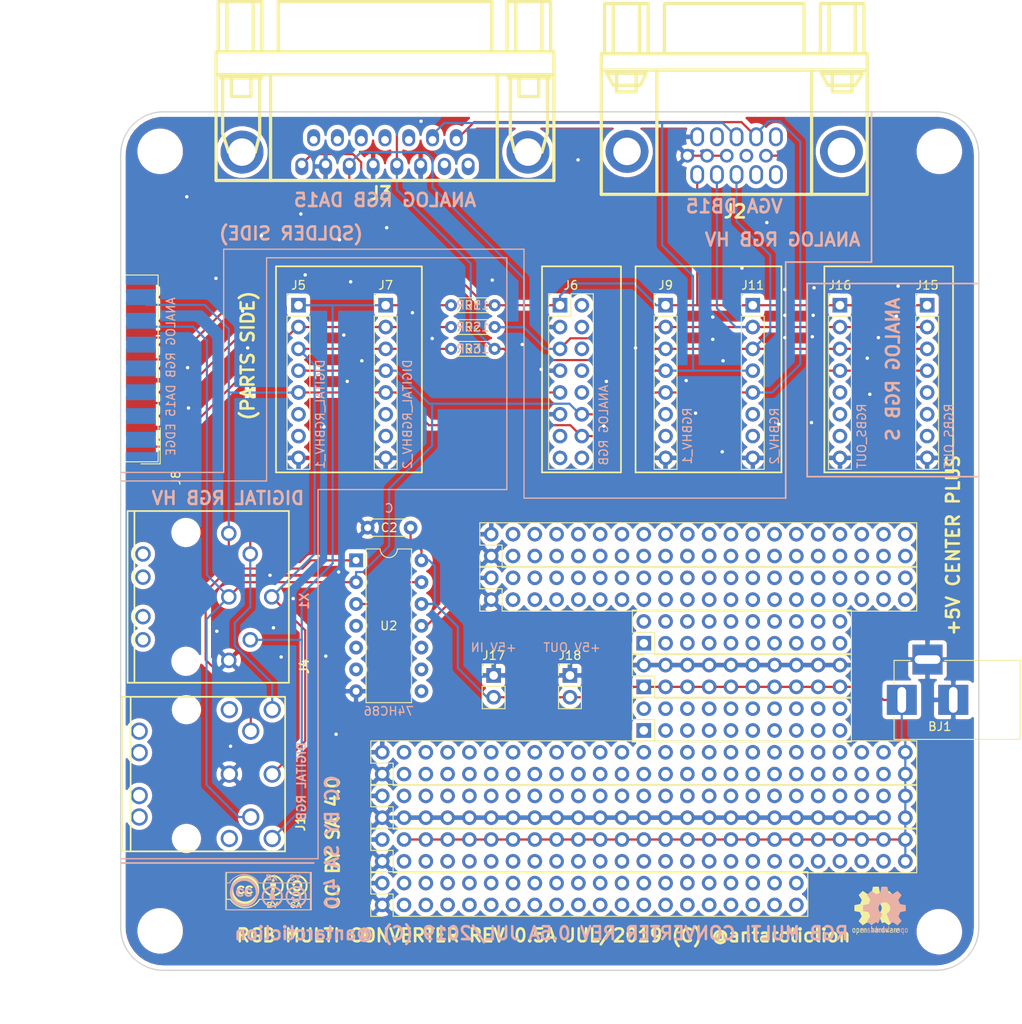
<source format=kicad_pcb>
(kicad_pcb (version 20171130) (host pcbnew "(5.1.2)-2")
  (layers (0 F.Cu signal) (31 B.Cu signal) (34 B.Paste user) (35 F.Paste user) (36 B.SilkS user) (37 F.SilkS user) (38 B.Mask user) (39 F.Mask user) (44 Edge.Cuts user))
  (net 0 "")
  (net 1 GND)
  (net 2 "Net-(J1-Pad3)")
  (net 3 "Net-(J1-Pad1)")
  (net 4 "Net-(J3-Pad13)")
  (net 5 "Net-(J3-Pad10)")
  (net 6 "Net-(J5-Pad7)")
  (net 7 "Net-(J5-Pad6)")
  (net 8 "Net-(J6-Pad10)")
  (net 9 "Net-(J6-Pad13)")
  (net 10 "Net-(J3-Pad8)")
  (net 11 "Net-(J6-Pad8)")
  (net 12 DIGITAL_B)
  (net 13 DIGITAL_R)
  (net 14 DIGITAL_G)
  (net 15 VSYNC)
  (net 16 HSYNC)
  (net 17 B)
  (net 18 G)
  (net 19 R)
  (net 20 "Net-(J2-Pad4)")
  (net 21 "Net-(J2-Pad5)")
  (net 22 "Net-(J2-Pad9)")
  (net 23 "Net-(J2-Pad12)")
  (net 24 "Net-(J2-Pad15)")
  (net 25 "Net-(J3-Pad9)")
  (net 26 "Net-(J3-Pad7)")
  (net 27 "Net-(J3-Pad11)")
  (net 28 "Net-(J3-Pad12)")
  (net 29 "Net-(J6-Pad2)")
  (net 30 "Net-(J6-Pad4)")
  (net 31 "Net-(J6-Pad6)")
  (net 32 "Net-(J6-Pad15)")
  (net 33 "Net-(J6-Pad16)")
  (net 34 "Net-(J7-Pad6)")
  (net 35 "Net-(J7-Pad7)")
  (net 36 "Net-(J9-Pad7)")
  (net 37 "Net-(J9-Pad6)")
  (net 38 +5V)
  (net 39 "Net-(J11-Pad7)")
  (net 40 "Net-(J11-Pad6)")
  (net 41 CSYNC)
  (net 42 "Net-(J15-Pad5)")
  (net 43 "Net-(J15-Pad6)")
  (net 44 "Net-(J15-Pad7)")
  (net 45 "Net-(J16-Pad7)")
  (net 46 "Net-(J16-Pad6)")
  (net 47 "Net-(J16-Pad5)")
  (net 48 "Net-(U2-Pad6)")
  (net 49 "Net-(U2-Pad5)")
  (net 50 "Net-(U2-Pad4)")
  (net 51 "Net-(U2-Pad10)")
  (net 52 "Net-(U2-Pad9)")
  (net 53 "Net-(U2-Pad8)")
  (net 54 "Net-(J8-Pad8)")
  (net 55 "Net-(J8-Pad7)")
  (net 56 "Net-(J8-Pad9)")
  (net 57 "Net-(J8-Pad12)")
  (net 58 "Net-(J8-Pad10)")
  (net 59 "Net-(J8-Pad13)")
  (net 60 "Net-(J8-Pad11)")
  (net 61 "Net-(U2-Pad13)")
  (module Connector_Dsub:DSUB-15_Female_EdgeMount_P2.77mm (layer F.Cu) (at 2.36 29.89 270)
    (fp_text reference J8 (at 12.76 -4.08 90) (layer F.SilkS))
    (fp_text value "ANALOG RGB DA15 EDGE" (at 0.96 -3.48 90) (layer B.SilkS) (effects (justify mirror)))
    (pad 15 smd rect (at -8.31 0 270) (size 1.846667 3.48) (layers B.Cu B.Paste B.Mask) (net 15 VSYNC))
    (pad 14 smd rect (at -5.54 0 270) (size 1.846667 3.48) (layers B.Cu B.Paste B.Mask) (net 16 HSYNC))
    (pad 13 smd rect (at -2.77 0 270) (size 1.846667 3.48) (layers B.Cu B.Paste B.Mask) (net 59 "Net-(J8-Pad13)"))
    (pad 12 smd rect (at 0 0 270) (size 1.846667 3.48) (layers B.Cu B.Paste B.Mask) (net 57 "Net-(J8-Pad12)"))
    (pad 11 smd rect (at 2.77 0 270) (size 1.846667 3.48) (layers B.Cu B.Paste B.Mask) (net 60 "Net-(J8-Pad11)"))
    (pad 10 smd rect (at 5.54 0 270) (size 1.846667 3.48) (layers B.Cu B.Paste B.Mask) (net 58 "Net-(J8-Pad10)"))
    (pad 9 smd rect (at 8.31 0 270) (size 1.846667 3.48) (layers B.Cu B.Paste B.Mask) (net 56 "Net-(J8-Pad9)"))
    (pad 8 smd rect (at -9.695 0 270) (size 1.846667 3.48) (layers F.Cu F.Paste F.Mask) (net 54 "Net-(J8-Pad8)"))
    (pad 7 smd rect (at -6.925 0 270) (size 1.846667 3.48) (layers F.Cu F.Paste F.Mask) (net 55 "Net-(J8-Pad7)"))
    (pad 6 smd rect (at -4.155 0 270) (size 1.846667 3.48) (layers F.Cu F.Paste F.Mask) (net 1 GND))
    (pad 5 smd rect (at -1.385 0 270) (size 1.846667 3.48) (layers F.Cu F.Paste F.Mask) (net 17 B))
    (pad 4 smd rect (at 1.385 0 270) (size 1.846667 3.48) (layers F.Cu F.Paste F.Mask) (net 1 GND))
    (pad 3 smd rect (at 4.155 0 270) (size 1.846667 3.48) (layers F.Cu F.Paste F.Mask) (net 18 G))
    (pad 2 smd rect (at 6.925 0 270) (size 1.846667 3.48) (layers F.Cu F.Paste F.Mask) (net 1 GND))
    (pad 1 smd rect (at 9.695 0 270) (size 1.846667 3.48) (layers F.Cu F.Paste F.Mask) (net 19 R))
  )
  (module Pin_Headers:Pin_Header_Straight_2x20_Pitch2.54mm (layer F.Cu) (at 43.18 51.74 90)
    (fp_text reference JA9)
    (fp_text value Pin_Header_Straight_2x20_Pitch2.54mm)
    (pad 1 thru_hole circle (at 0 0 90) (size 1.7 1.7) (drill 1) (layers *.Cu *.Mask) (net 1 GND))
    (pad 2 thru_hole oval (at 2.54 0 90) (size 1.7 1.7) (drill 1) (layers *.Cu *.Mask) (net 1 GND))
    (pad 3 thru_hole oval (at 0 2.54 90) (size 1.7 1.7) (drill 1) (layers *.Cu *.Mask))
    (pad 4 thru_hole oval (at 2.54 2.54 90) (size 1.7 1.7) (drill 1) (layers *.Cu *.Mask))
    (pad 5 thru_hole oval (at 0 5.08 90) (size 1.7 1.7) (drill 1) (layers *.Cu *.Mask))
    (pad 6 thru_hole oval (at 2.54 5.08 90) (size 1.7 1.7) (drill 1) (layers *.Cu *.Mask))
    (pad 7 thru_hole oval (at 0 7.62 90) (size 1.7 1.7) (drill 1) (layers *.Cu *.Mask))
    (pad 8 thru_hole oval (at 2.54 7.62 90) (size 1.7 1.7) (drill 1) (layers *.Cu *.Mask))
    (pad 9 thru_hole oval (at 0 10.16 90) (size 1.7 1.7) (drill 1) (layers *.Cu *.Mask))
    (pad 10 thru_hole oval (at 2.54 10.16 90) (size 1.7 1.7) (drill 1) (layers *.Cu *.Mask))
    (pad 11 thru_hole oval (at 0 12.7 90) (size 1.7 1.7) (drill 1) (layers *.Cu *.Mask))
    (pad 12 thru_hole oval (at 2.54 12.7 90) (size 1.7 1.7) (drill 1) (layers *.Cu *.Mask))
    (pad 13 thru_hole oval (at 0 15.24 90) (size 1.7 1.7) (drill 1) (layers *.Cu *.Mask))
    (pad 14 thru_hole oval (at 2.54 15.24 90) (size 1.7 1.7) (drill 1) (layers *.Cu *.Mask))
    (pad 15 thru_hole oval (at 0 17.78 90) (size 1.7 1.7) (drill 1) (layers *.Cu *.Mask))
    (pad 16 thru_hole oval (at 2.54 17.78 90) (size 1.7 1.7) (drill 1) (layers *.Cu *.Mask))
    (pad 17 thru_hole oval (at 0 20.32 90) (size 1.7 1.7) (drill 1) (layers *.Cu *.Mask))
    (pad 18 thru_hole oval (at 2.54 20.32 90) (size 1.7 1.7) (drill 1) (layers *.Cu *.Mask))
    (pad 19 thru_hole oval (at 0 22.86 90) (size 1.7 1.7) (drill 1) (layers *.Cu *.Mask))
    (pad 20 thru_hole oval (at 2.54 22.86 90) (size 1.7 1.7) (drill 1) (layers *.Cu *.Mask))
    (pad 21 thru_hole oval (at 0 25.4 90) (size 1.7 1.7) (drill 1) (layers *.Cu *.Mask))
    (pad 22 thru_hole oval (at 2.54 25.4 90) (size 1.7 1.7) (drill 1) (layers *.Cu *.Mask))
    (pad 23 thru_hole oval (at 0 27.94 90) (size 1.7 1.7) (drill 1) (layers *.Cu *.Mask))
    (pad 24 thru_hole oval (at 2.54 27.94 90) (size 1.7 1.7) (drill 1) (layers *.Cu *.Mask))
    (pad 25 thru_hole oval (at 0 30.48 90) (size 1.7 1.7) (drill 1) (layers *.Cu *.Mask))
    (pad 26 thru_hole oval (at 2.54 30.48 90) (size 1.7 1.7) (drill 1) (layers *.Cu *.Mask))
    (pad 27 thru_hole oval (at 0 33.02 90) (size 1.7 1.7) (drill 1) (layers *.Cu *.Mask))
    (pad 28 thru_hole oval (at 2.54 33.02 90) (size 1.7 1.7) (drill 1) (layers *.Cu *.Mask))
    (pad 29 thru_hole oval (at 0 35.56 90) (size 1.7 1.7) (drill 1) (layers *.Cu *.Mask))
    (pad 30 thru_hole oval (at 2.54 35.56 90) (size 1.7 1.7) (drill 1) (layers *.Cu *.Mask))
    (pad 31 thru_hole oval (at 0 38.1 90) (size 1.7 1.7) (drill 1) (layers *.Cu *.Mask))
    (pad 32 thru_hole oval (at 2.54 38.1 90) (size 1.7 1.7) (drill 1) (layers *.Cu *.Mask))
    (pad 33 thru_hole oval (at 0 40.64 90) (size 1.7 1.7) (drill 1) (layers *.Cu *.Mask))
    (pad 34 thru_hole oval (at 2.54 40.64 90) (size 1.7 1.7) (drill 1) (layers *.Cu *.Mask))
    (pad 35 thru_hole oval (at 0 43.18 90) (size 1.7 1.7) (drill 1) (layers *.Cu *.Mask))
    (pad 36 thru_hole oval (at 2.54 43.18 90) (size 1.7 1.7) (drill 1) (layers *.Cu *.Mask))
    (pad 37 thru_hole oval (at 0 45.72 90) (size 1.7 1.7) (drill 1) (layers *.Cu *.Mask))
    (pad 38 thru_hole oval (at 2.54 45.72 90) (size 1.7 1.7) (drill 1) (layers *.Cu *.Mask))
    (pad 39 thru_hole oval (at 0 48.26 90) (size 1.7 1.7) (drill 1) (layers *.Cu *.Mask))
    (pad 40 thru_hole oval (at 2.54 48.26 90) (size 1.7 1.7) (drill 1) (layers *.Cu *.Mask))
  )
  (module Pin_Headers:Pin_Header_Straight_2x20_Pitch2.54mm (layer F.Cu) (at 43.18 56.82 90)
    (fp_text reference JA8)
    (fp_text value Pin_Header_Straight_2x20_Pitch2.54mm)
    (pad 40 thru_hole oval (at 2.54 48.26 90) (size 1.7 1.7) (drill 1) (layers *.Cu *.Mask))
    (pad 39 thru_hole oval (at 0 48.26 90) (size 1.7 1.7) (drill 1) (layers *.Cu *.Mask))
    (pad 38 thru_hole oval (at 2.54 45.72 90) (size 1.7 1.7) (drill 1) (layers *.Cu *.Mask))
    (pad 37 thru_hole oval (at 0 45.72 90) (size 1.7 1.7) (drill 1) (layers *.Cu *.Mask))
    (pad 36 thru_hole oval (at 2.54 43.18 90) (size 1.7 1.7) (drill 1) (layers *.Cu *.Mask))
    (pad 35 thru_hole oval (at 0 43.18 90) (size 1.7 1.7) (drill 1) (layers *.Cu *.Mask))
    (pad 34 thru_hole oval (at 2.54 40.64 90) (size 1.7 1.7) (drill 1) (layers *.Cu *.Mask))
    (pad 33 thru_hole oval (at 0 40.64 90) (size 1.7 1.7) (drill 1) (layers *.Cu *.Mask))
    (pad 32 thru_hole oval (at 2.54 38.1 90) (size 1.7 1.7) (drill 1) (layers *.Cu *.Mask))
    (pad 31 thru_hole oval (at 0 38.1 90) (size 1.7 1.7) (drill 1) (layers *.Cu *.Mask))
    (pad 30 thru_hole oval (at 2.54 35.56 90) (size 1.7 1.7) (drill 1) (layers *.Cu *.Mask))
    (pad 29 thru_hole oval (at 0 35.56 90) (size 1.7 1.7) (drill 1) (layers *.Cu *.Mask))
    (pad 28 thru_hole oval (at 2.54 33.02 90) (size 1.7 1.7) (drill 1) (layers *.Cu *.Mask))
    (pad 27 thru_hole oval (at 0 33.02 90) (size 1.7 1.7) (drill 1) (layers *.Cu *.Mask))
    (pad 26 thru_hole oval (at 2.54 30.48 90) (size 1.7 1.7) (drill 1) (layers *.Cu *.Mask))
    (pad 25 thru_hole oval (at 0 30.48 90) (size 1.7 1.7) (drill 1) (layers *.Cu *.Mask))
    (pad 24 thru_hole oval (at 2.54 27.94 90) (size 1.7 1.7) (drill 1) (layers *.Cu *.Mask))
    (pad 23 thru_hole oval (at 0 27.94 90) (size 1.7 1.7) (drill 1) (layers *.Cu *.Mask))
    (pad 22 thru_hole oval (at 2.54 25.4 90) (size 1.7 1.7) (drill 1) (layers *.Cu *.Mask))
    (pad 21 thru_hole oval (at 0 25.4 90) (size 1.7 1.7) (drill 1) (layers *.Cu *.Mask))
    (pad 20 thru_hole oval (at 2.54 22.86 90) (size 1.7 1.7) (drill 1) (layers *.Cu *.Mask))
    (pad 19 thru_hole oval (at 0 22.86 90) (size 1.7 1.7) (drill 1) (layers *.Cu *.Mask))
    (pad 18 thru_hole oval (at 2.54 20.32 90) (size 1.7 1.7) (drill 1) (layers *.Cu *.Mask))
    (pad 17 thru_hole oval (at 0 20.32 90) (size 1.7 1.7) (drill 1) (layers *.Cu *.Mask))
    (pad 16 thru_hole oval (at 2.54 17.78 90) (size 1.7 1.7) (drill 1) (layers *.Cu *.Mask))
    (pad 15 thru_hole oval (at 0 17.78 90) (size 1.7 1.7) (drill 1) (layers *.Cu *.Mask))
    (pad 14 thru_hole oval (at 2.54 15.24 90) (size 1.7 1.7) (drill 1) (layers *.Cu *.Mask))
    (pad 13 thru_hole oval (at 0 15.24 90) (size 1.7 1.7) (drill 1) (layers *.Cu *.Mask))
    (pad 12 thru_hole oval (at 2.54 12.7 90) (size 1.7 1.7) (drill 1) (layers *.Cu *.Mask))
    (pad 11 thru_hole oval (at 0 12.7 90) (size 1.7 1.7) (drill 1) (layers *.Cu *.Mask))
    (pad 10 thru_hole oval (at 2.54 10.16 90) (size 1.7 1.7) (drill 1) (layers *.Cu *.Mask))
    (pad 9 thru_hole oval (at 0 10.16 90) (size 1.7 1.7) (drill 1) (layers *.Cu *.Mask))
    (pad 8 thru_hole oval (at 2.54 7.62 90) (size 1.7 1.7) (drill 1) (layers *.Cu *.Mask))
    (pad 7 thru_hole oval (at 0 7.62 90) (size 1.7 1.7) (drill 1) (layers *.Cu *.Mask))
    (pad 6 thru_hole oval (at 2.54 5.08 90) (size 1.7 1.7) (drill 1) (layers *.Cu *.Mask))
    (pad 5 thru_hole oval (at 0 5.08 90) (size 1.7 1.7) (drill 1) (layers *.Cu *.Mask))
    (pad 4 thru_hole oval (at 2.54 2.54 90) (size 1.7 1.7) (drill 1) (layers *.Cu *.Mask))
    (pad 3 thru_hole oval (at 0 2.54 90) (size 1.7 1.7) (drill 1) (layers *.Cu *.Mask))
    (pad 2 thru_hole oval (at 2.54 0 90) (size 1.7 1.7) (drill 1) (layers *.Cu *.Mask) (net 1 GND))
    (pad 1 thru_hole circle (at 0 0 90) (size 1.7 1.7) (drill 1) (layers *.Cu *.Mask) (net 1 GND))
  )
  (module Connector_PinHeader_2.54mm:PinHeader_2x10_P2.54mm_Vertical (layer F.Cu) (at 60.96 61.9 90)
    (fp_text reference JA7)
    (fp_text value PinHeader_2x10_P2.54mm_Vertical)
    (pad 20 thru_hole oval (at 2.54 22.86 90) (size 1.7 1.7) (drill 1) (layers *.Cu *.Mask))
    (pad 19 thru_hole oval (at 0 22.86 90) (size 1.7 1.7) (drill 1) (layers *.Cu *.Mask))
    (pad 18 thru_hole oval (at 2.54 20.32 90) (size 1.7 1.7) (drill 1) (layers *.Cu *.Mask))
    (pad 17 thru_hole oval (at 0 20.32 90) (size 1.7 1.7) (drill 1) (layers *.Cu *.Mask))
    (pad 16 thru_hole oval (at 2.54 17.78 90) (size 1.7 1.7) (drill 1) (layers *.Cu *.Mask))
    (pad 15 thru_hole oval (at 0 17.78 90) (size 1.7 1.7) (drill 1) (layers *.Cu *.Mask))
    (pad 14 thru_hole oval (at 2.54 15.24 90) (size 1.7 1.7) (drill 1) (layers *.Cu *.Mask))
    (pad 13 thru_hole oval (at 0 15.24 90) (size 1.7 1.7) (drill 1) (layers *.Cu *.Mask))
    (pad 12 thru_hole oval (at 2.54 12.7 90) (size 1.7 1.7) (drill 1) (layers *.Cu *.Mask))
    (pad 11 thru_hole oval (at 0 12.7 90) (size 1.7 1.7) (drill 1) (layers *.Cu *.Mask))
    (pad 10 thru_hole oval (at 2.54 10.16 90) (size 1.7 1.7) (drill 1) (layers *.Cu *.Mask))
    (pad 9 thru_hole oval (at 0 10.16 90) (size 1.7 1.7) (drill 1) (layers *.Cu *.Mask))
    (pad 8 thru_hole oval (at 2.54 7.62 90) (size 1.7 1.7) (drill 1) (layers *.Cu *.Mask))
    (pad 7 thru_hole oval (at 0 7.62 90) (size 1.7 1.7) (drill 1) (layers *.Cu *.Mask))
    (pad 6 thru_hole oval (at 2.54 5.08 90) (size 1.7 1.7) (drill 1) (layers *.Cu *.Mask))
    (pad 5 thru_hole oval (at 0 5.08 90) (size 1.7 1.7) (drill 1) (layers *.Cu *.Mask))
    (pad 4 thru_hole oval (at 2.54 2.54 90) (size 1.7 1.7) (drill 1) (layers *.Cu *.Mask))
    (pad 3 thru_hole oval (at 0 2.54 90) (size 1.7 1.7) (drill 1) (layers *.Cu *.Mask))
    (pad 2 thru_hole oval (at 2.54 0 90) (size 1.7 1.7) (drill 1) (layers *.Cu *.Mask))
    (pad 1 thru_hole rect (at 0 0 90) (size 1.7 1.7) (drill 1) (layers *.Cu *.Mask))
  )
  (module Connector_PinHeader_2.54mm:PinHeader_2x10_P2.54mm_Vertical (layer F.Cu) (at 60.96 66.98 90)
    (fp_text reference JA6)
    (fp_text value PinHeader_2x10_P2.54mm_Vertical)
    (pad 1 thru_hole rect (at 0 0 90) (size 1.7 1.7) (drill 1) (layers *.Cu *.Mask) (net 38 +5V))
    (pad 2 thru_hole oval (at 2.54 0 90) (size 1.7 1.7) (drill 1) (layers *.Cu *.Mask) (net 1 GND))
    (pad 3 thru_hole oval (at 0 2.54 90) (size 1.7 1.7) (drill 1) (layers *.Cu *.Mask) (net 38 +5V))
    (pad 4 thru_hole oval (at 2.54 2.54 90) (size 1.7 1.7) (drill 1) (layers *.Cu *.Mask) (net 1 GND))
    (pad 5 thru_hole oval (at 0 5.08 90) (size 1.7 1.7) (drill 1) (layers *.Cu *.Mask) (net 38 +5V))
    (pad 6 thru_hole oval (at 2.54 5.08 90) (size 1.7 1.7) (drill 1) (layers *.Cu *.Mask) (net 1 GND))
    (pad 7 thru_hole oval (at 0 7.62 90) (size 1.7 1.7) (drill 1) (layers *.Cu *.Mask) (net 38 +5V))
    (pad 8 thru_hole oval (at 2.54 7.62 90) (size 1.7 1.7) (drill 1) (layers *.Cu *.Mask) (net 1 GND))
    (pad 9 thru_hole oval (at 0 10.16 90) (size 1.7 1.7) (drill 1) (layers *.Cu *.Mask) (net 38 +5V))
    (pad 10 thru_hole oval (at 2.54 10.16 90) (size 1.7 1.7) (drill 1) (layers *.Cu *.Mask) (net 1 GND))
    (pad 11 thru_hole oval (at 0 12.7 90) (size 1.7 1.7) (drill 1) (layers *.Cu *.Mask) (net 38 +5V))
    (pad 12 thru_hole oval (at 2.54 12.7 90) (size 1.7 1.7) (drill 1) (layers *.Cu *.Mask) (net 1 GND))
    (pad 13 thru_hole oval (at 0 15.24 90) (size 1.7 1.7) (drill 1) (layers *.Cu *.Mask) (net 38 +5V))
    (pad 14 thru_hole oval (at 2.54 15.24 90) (size 1.7 1.7) (drill 1) (layers *.Cu *.Mask) (net 1 GND))
    (pad 15 thru_hole oval (at 0 17.78 90) (size 1.7 1.7) (drill 1) (layers *.Cu *.Mask) (net 38 +5V))
    (pad 16 thru_hole oval (at 2.54 17.78 90) (size 1.7 1.7) (drill 1) (layers *.Cu *.Mask) (net 1 GND))
    (pad 17 thru_hole oval (at 0 20.32 90) (size 1.7 1.7) (drill 1) (layers *.Cu *.Mask) (net 38 +5V))
    (pad 18 thru_hole oval (at 2.54 20.32 90) (size 1.7 1.7) (drill 1) (layers *.Cu *.Mask) (net 1 GND))
    (pad 19 thru_hole oval (at 0 22.86 90) (size 1.7 1.7) (drill 1) (layers *.Cu *.Mask) (net 38 +5V))
    (pad 20 thru_hole oval (at 2.54 22.86 90) (size 1.7 1.7) (drill 1) (layers *.Cu *.Mask) (net 1 GND))
  )
  (module Connector_PinHeader_2.54mm:PinHeader_2x10_P2.54mm_Vertical (layer F.Cu) (at 60.96 72.06 90)
    (fp_text reference JA5)
    (fp_text value PinHeader_2x10_P2.54mm_Vertical)
    (pad 20 thru_hole oval (at 2.54 22.86 90) (size 1.7 1.7) (drill 1) (layers *.Cu *.Mask))
    (pad 19 thru_hole oval (at 0 22.86 90) (size 1.7 1.7) (drill 1) (layers *.Cu *.Mask))
    (pad 18 thru_hole oval (at 2.54 20.32 90) (size 1.7 1.7) (drill 1) (layers *.Cu *.Mask))
    (pad 17 thru_hole oval (at 0 20.32 90) (size 1.7 1.7) (drill 1) (layers *.Cu *.Mask))
    (pad 16 thru_hole oval (at 2.54 17.78 90) (size 1.7 1.7) (drill 1) (layers *.Cu *.Mask))
    (pad 15 thru_hole oval (at 0 17.78 90) (size 1.7 1.7) (drill 1) (layers *.Cu *.Mask))
    (pad 14 thru_hole oval (at 2.54 15.24 90) (size 1.7 1.7) (drill 1) (layers *.Cu *.Mask))
    (pad 13 thru_hole oval (at 0 15.24 90) (size 1.7 1.7) (drill 1) (layers *.Cu *.Mask))
    (pad 12 thru_hole oval (at 2.54 12.7 90) (size 1.7 1.7) (drill 1) (layers *.Cu *.Mask))
    (pad 11 thru_hole oval (at 0 12.7 90) (size 1.7 1.7) (drill 1) (layers *.Cu *.Mask))
    (pad 10 thru_hole oval (at 2.54 10.16 90) (size 1.7 1.7) (drill 1) (layers *.Cu *.Mask))
    (pad 9 thru_hole oval (at 0 10.16 90) (size 1.7 1.7) (drill 1) (layers *.Cu *.Mask))
    (pad 8 thru_hole oval (at 2.54 7.62 90) (size 1.7 1.7) (drill 1) (layers *.Cu *.Mask))
    (pad 7 thru_hole oval (at 0 7.62 90) (size 1.7 1.7) (drill 1) (layers *.Cu *.Mask))
    (pad 6 thru_hole oval (at 2.54 5.08 90) (size 1.7 1.7) (drill 1) (layers *.Cu *.Mask))
    (pad 5 thru_hole oval (at 0 5.08 90) (size 1.7 1.7) (drill 1) (layers *.Cu *.Mask))
    (pad 4 thru_hole oval (at 2.54 2.54 90) (size 1.7 1.7) (drill 1) (layers *.Cu *.Mask))
    (pad 3 thru_hole oval (at 0 2.54 90) (size 1.7 1.7) (drill 1) (layers *.Cu *.Mask))
    (pad 2 thru_hole oval (at 2.54 0 90) (size 1.7 1.7) (drill 1) (layers *.Cu *.Mask))
    (pad 1 thru_hole rect (at 0 0 90) (size 1.7 1.7) (drill 1) (layers *.Cu *.Mask))
  )
  (module "ryuk_org_lib:DIN 8 PCB" (layer F.Cu) (at 10.16 77.14 270)
    (fp_text reference J1 (at 5.8 -10.8 90) (layer F.SilkS) (effects (font (thickness 0.2))))
    (fp_text value "DIGITAL RGB" (at 0.86 -10.905 90) (layer B.SilkS) (effects (font (thickness 0.2)) (justify mirror)))
    (pad "" np_thru_hole circle (at 7.5 2.5 270) (size 2.4 2.4) (drill 2.4) (layers *.Cu *.Mask))
    (pad "" np_thru_hole circle (at -7.5 2.5 270) (size 2.4 2.4) (drill 2.4) (layers *.Cu *.Mask))
    (pad 9 thru_hole circle (at 2.5 8 270) (size 2 2) (drill 1.4) (layers *.Cu *.Mask))
    (pad 10 thru_hole circle (at -2.5 8 270) (size 2 2) (drill 1.4) (layers *.Cu *.Mask))
    (pad 9 thru_hole circle (at 5 8 270) (size 2 2) (drill 1.4) (layers *.Cu *.Mask))
    (pad 10 thru_hole circle (at -5 8 270) (size 2 2) (drill 1.4) (layers *.Cu *.Mask))
    (pad 1 thru_hole circle (at 7.5 -2.5 270) (size 2 2) (drill 1.4) (layers *.Cu *.Mask) (net 3 "Net-(J1-Pad1)"))
    (pad 4 thru_hole circle (at 5 -5 270) (size 2 2) (drill 1.4) (layers *.Cu *.Mask) (net 16 HSYNC))
    (pad 2 thru_hole circle (at 0 -2.5 270) (size 2 2) (drill 1.4) (layers *.Cu *.Mask) (net 1 GND))
    (pad 3 thru_hole circle (at -7.5 -2.5 270) (size 2 2) (drill 1.4) (layers *.Cu *.Mask) (net 2 "Net-(J1-Pad3)"))
    (pad 5 thru_hole circle (at -5 -5 270) (size 2 2) (drill 1.4) (layers *.Cu *.Mask) (net 15 VSYNC))
    (pad 7 thru_hole circle (at -7.5 -7.5 270) (size 2 2) (drill 1.4) (layers *.Cu *.Mask) (net 14 DIGITAL_G))
    (pad 8 thru_hole circle (at 0 -7.5 270) (size 2 2) (drill 1.4) (layers *.Cu *.Mask) (net 12 DIGITAL_B))
    (pad 6 thru_hole circle (at 7.5 -7.5 270) (size 2 2) (drill 1.4) (layers *.Cu *.Mask) (net 13 DIGITAL_R))
  )
  (module ryuk_org_lib:DB_15F-VGA_L (layer F.Cu) (at 71.5 -5.5 180)
    (fp_text reference J2 (at -0.1 -17.1 180) (layer F.SilkS) (effects (font (size 1.524 1.524) (thickness 0.3048))))
    (fp_text value "VGA DB15" (at 0 -16.51 180) (layer B.SilkS) (effects (font (size 1.524 1.524) (thickness 0.3048)) (justify mirror)))
    (pad 15 thru_hole oval (at -4.84886 -8.412 180) (size 1.6 2.2) (drill oval 1 1.6) (layers *.Cu *.Mask) (net 24 "Net-(J2-Pad15)"))
    (pad 14 thru_hole oval (at -2.56032 -8.412 180) (size 1.6 2.2) (drill oval 1 1.6) (layers *.Cu *.Mask) (net 15 VSYNC))
    (pad 13 thru_hole oval (at -0.26924 -8.412 180) (size 1.6 2.2) (drill oval 1 1.6) (layers *.Cu *.Mask) (net 16 HSYNC))
    (pad 12 thru_hole oval (at 2.0193 -8.412 180) (size 1.6 2.2) (drill oval 1 1.6) (layers *.Cu *.Mask) (net 23 "Net-(J2-Pad12)"))
    (pad 11 thru_hole oval (at 4.31038 -8.412 180) (size 1.6 2.2) (drill oval 1 1.6) (layers *.Cu *.Mask) (net 1 GND))
    (pad 10 thru_hole circle (at -3.70586 -10.612 180) (size 1.6 1.6) (drill 1) (layers *.Cu *.Mask) (net 1 GND))
    (pad "" thru_hole circle (at -12.49426 -10.112 180) (size 5.00126 5.00126) (drill 3.2004) (layers *.Cu *.Mask))
    (pad 6 thru_hole circle (at 5.45592 -10.612 180) (size 1.6 1.6) (drill 1) (layers *.Cu *.Mask) (net 1 GND))
    (pad 7 thru_hole circle (at 3.16484 -10.612 180) (size 1.6 1.6) (drill 1) (layers *.Cu *.Mask) (net 1 GND))
    (pad 8 thru_hole circle (at 0.87376 -10.612 180) (size 1.6 1.6) (drill 1) (layers *.Cu *.Mask) (net 1 GND))
    (pad 9 thru_hole circle (at -1.41478 -10.612 180) (size 1.6 1.6) (drill 1) (layers *.Cu *.Mask) (net 22 "Net-(J2-Pad9)"))
    (pad 5 thru_hole oval (at -4.84886 -12.812 180) (size 1.6 2.2) (drill oval 1 1.6) (layers *.Cu *.Mask) (net 21 "Net-(J2-Pad5)"))
    (pad 4 thru_hole oval (at -2.56032 -12.812 180) (size 1.6 2.2) (drill oval 1 1.6) (layers *.Cu *.Mask) (net 20 "Net-(J2-Pad4)"))
    (pad 1 thru_hole oval (at 4.31038 -12.812 180) (size 1.6 2.2) (drill oval 1 1.6) (layers *.Cu *.Mask) (net 19 R))
    (pad 2 thru_hole oval (at 2.0193 -12.812 180) (size 1.6 2.2) (drill oval 1 1.6) (layers *.Cu *.Mask) (net 18 G))
    (pad 3 thru_hole oval (at -0.2667 -12.812 180) (size 1.6 2.2) (drill oval 1 1.6) (layers *.Cu *.Mask) (net 17 B))
    (pad "" thru_hole circle (at 12.49426 -10.112 180) (size 5.00126 5.00126) (drill 3.2004) (layers *.Cu *.Mask))
  )
  (module w_logo:Logo_silk_OSHW_6x6mm (layer B.Cu) (at 89 92.5 180)
    (fp_text reference G4 hide)
    (fp_text value LOGO hide)
  )
  (module w_logo:Logo_silk_CC-BY-SA_10x4.5mm (layer B.Cu) (at 17.15 90.775)
    (fp_text reference G2 hide)
    (fp_text value LOGO hide)
  )
  (module Pin_Headers:Pin_Header_Straight_2x25_Pitch2.54mm (layer F.Cu) (at 30.48 77.14 90)
    (fp_text reference JA4 hide)
    (fp_text value Pin_Header_Straight_2x25_Pitch2.54mm)
    (pad 1 thru_hole circle (at 0 0 90) (size 1.7 1.7) (drill 1) (layers *.Cu *.Mask) (net 1 GND))
    (pad 2 thru_hole oval (at 2.54 0 90) (size 1.7 1.7) (drill 1) (layers *.Cu *.Mask) (net 1 GND))
    (pad 3 thru_hole oval (at 0 2.54 90) (size 1.7 1.7) (drill 1) (layers *.Cu *.Mask))
    (pad 4 thru_hole oval (at 2.54 2.54 90) (size 1.7 1.7) (drill 1) (layers *.Cu *.Mask))
    (pad 5 thru_hole oval (at 0 5.08 90) (size 1.7 1.7) (drill 1) (layers *.Cu *.Mask))
    (pad 6 thru_hole oval (at 2.54 5.08 90) (size 1.7 1.7) (drill 1) (layers *.Cu *.Mask))
    (pad 7 thru_hole oval (at 0 7.62 90) (size 1.7 1.7) (drill 1) (layers *.Cu *.Mask))
    (pad 8 thru_hole oval (at 2.54 7.62 90) (size 1.7 1.7) (drill 1) (layers *.Cu *.Mask))
    (pad 9 thru_hole oval (at 0 10.16 90) (size 1.7 1.7) (drill 1) (layers *.Cu *.Mask))
    (pad 10 thru_hole oval (at 2.54 10.16 90) (size 1.7 1.7) (drill 1) (layers *.Cu *.Mask))
    (pad 11 thru_hole oval (at 0 12.7 90) (size 1.7 1.7) (drill 1) (layers *.Cu *.Mask))
    (pad 12 thru_hole oval (at 2.54 12.7 90) (size 1.7 1.7) (drill 1) (layers *.Cu *.Mask))
    (pad 13 thru_hole oval (at 0 15.24 90) (size 1.7 1.7) (drill 1) (layers *.Cu *.Mask))
    (pad 14 thru_hole oval (at 2.54 15.24 90) (size 1.7 1.7) (drill 1) (layers *.Cu *.Mask))
    (pad 15 thru_hole oval (at 0 17.78 90) (size 1.7 1.7) (drill 1) (layers *.Cu *.Mask))
    (pad 16 thru_hole oval (at 2.54 17.78 90) (size 1.7 1.7) (drill 1) (layers *.Cu *.Mask))
    (pad 17 thru_hole oval (at 0 20.32 90) (size 1.7 1.7) (drill 1) (layers *.Cu *.Mask))
    (pad 18 thru_hole oval (at 2.54 20.32 90) (size 1.7 1.7) (drill 1) (layers *.Cu *.Mask))
    (pad 19 thru_hole oval (at 0 22.86 90) (size 1.7 1.7) (drill 1) (layers *.Cu *.Mask))
    (pad 20 thru_hole oval (at 2.54 22.86 90) (size 1.7 1.7) (drill 1) (layers *.Cu *.Mask))
    (pad 21 thru_hole oval (at 0 25.4 90) (size 1.7 1.7) (drill 1) (layers *.Cu *.Mask))
    (pad 22 thru_hole oval (at 2.54 25.4 90) (size 1.7 1.7) (drill 1) (layers *.Cu *.Mask))
    (pad 23 thru_hole oval (at 0 27.94 90) (size 1.7 1.7) (drill 1) (layers *.Cu *.Mask))
    (pad 24 thru_hole oval (at 2.54 27.94 90) (size 1.7 1.7) (drill 1) (layers *.Cu *.Mask))
    (pad 25 thru_hole oval (at 0 30.48 90) (size 1.7 1.7) (drill 1) (layers *.Cu *.Mask))
    (pad 26 thru_hole oval (at 2.54 30.48 90) (size 1.7 1.7) (drill 1) (layers *.Cu *.Mask))
    (pad 27 thru_hole oval (at 0 33.02 90) (size 1.7 1.7) (drill 1) (layers *.Cu *.Mask))
    (pad 28 thru_hole oval (at 2.54 33.02 90) (size 1.7 1.7) (drill 1) (layers *.Cu *.Mask))
    (pad 29 thru_hole oval (at 0 35.56 90) (size 1.7 1.7) (drill 1) (layers *.Cu *.Mask))
    (pad 30 thru_hole oval (at 2.54 35.56 90) (size 1.7 1.7) (drill 1) (layers *.Cu *.Mask))
    (pad 31 thru_hole oval (at 0 38.1 90) (size 1.7 1.7) (drill 1) (layers *.Cu *.Mask))
    (pad 32 thru_hole oval (at 2.54 38.1 90) (size 1.7 1.7) (drill 1) (layers *.Cu *.Mask))
    (pad 33 thru_hole oval (at 0 40.64 90) (size 1.7 1.7) (drill 1) (layers *.Cu *.Mask))
    (pad 34 thru_hole oval (at 2.54 40.64 90) (size 1.7 1.7) (drill 1) (layers *.Cu *.Mask))
    (pad 35 thru_hole oval (at 0 43.18 90) (size 1.7 1.7) (drill 1) (layers *.Cu *.Mask))
    (pad 36 thru_hole oval (at 2.54 43.18 90) (size 1.7 1.7) (drill 1) (layers *.Cu *.Mask))
    (pad 37 thru_hole oval (at 0 45.72 90) (size 1.7 1.7) (drill 1) (layers *.Cu *.Mask))
    (pad 38 thru_hole oval (at 2.54 45.72 90) (size 1.7 1.7) (drill 1) (layers *.Cu *.Mask))
    (pad 39 thru_hole oval (at 0 48.26 90) (size 1.7 1.7) (drill 1) (layers *.Cu *.Mask))
    (pad 40 thru_hole oval (at 2.54 48.26 90) (size 1.7 1.7) (drill 1) (layers *.Cu *.Mask))
    (pad 41 thru_hole oval (at 0 50.8 90) (size 1.7 1.7) (drill 1) (layers *.Cu *.Mask))
    (pad 42 thru_hole oval (at 2.54 50.8 90) (size 1.7 1.7) (drill 1) (layers *.Cu *.Mask))
    (pad 43 thru_hole oval (at 0 53.34 90) (size 1.7 1.7) (drill 1) (layers *.Cu *.Mask))
    (pad 44 thru_hole oval (at 2.54 53.34 90) (size 1.7 1.7) (drill 1) (layers *.Cu *.Mask))
    (pad 45 thru_hole oval (at 0 55.88 90) (size 1.7 1.7) (drill 1) (layers *.Cu *.Mask))
    (pad 46 thru_hole oval (at 2.54 55.88 90) (size 1.7 1.7) (drill 1) (layers *.Cu *.Mask))
    (pad 47 thru_hole oval (at 0 58.42 90) (size 1.7 1.7) (drill 1) (layers *.Cu *.Mask))
    (pad 48 thru_hole oval (at 2.54 58.42 90) (size 1.7 1.7) (drill 1) (layers *.Cu *.Mask))
    (pad 49 thru_hole oval (at 0 60.96 90) (size 1.7 1.7) (drill 1) (layers *.Cu *.Mask) (net 38 +5V))
    (pad 50 thru_hole oval (at 2.54 60.96 90) (size 1.7 1.7) (drill 1) (layers *.Cu *.Mask) (net 38 +5V))
  )
  (module Pin_Headers:Pin_Header_Straight_2x25_Pitch2.54mm (layer F.Cu) (at 30.48 82.22 90)
    (fp_text reference JA3 hide)
    (fp_text value Pin_Header_Straight_2x25_Pitch2.54mm)
    (pad 50 thru_hole oval (at 2.54 60.96 90) (size 1.7 1.7) (drill 1) (layers *.Cu *.Mask) (net 38 +5V))
    (pad 49 thru_hole oval (at 0 60.96 90) (size 1.7 1.7) (drill 1) (layers *.Cu *.Mask) (net 38 +5V))
    (pad 48 thru_hole oval (at 2.54 58.42 90) (size 1.7 1.7) (drill 1) (layers *.Cu *.Mask))
    (pad 47 thru_hole oval (at 0 58.42 90) (size 1.7 1.7) (drill 1) (layers *.Cu *.Mask) (net 1 GND))
    (pad 46 thru_hole oval (at 2.54 55.88 90) (size 1.7 1.7) (drill 1) (layers *.Cu *.Mask))
    (pad 45 thru_hole oval (at 0 55.88 90) (size 1.7 1.7) (drill 1) (layers *.Cu *.Mask) (net 1 GND))
    (pad 44 thru_hole oval (at 2.54 53.34 90) (size 1.7 1.7) (drill 1) (layers *.Cu *.Mask))
    (pad 43 thru_hole oval (at 0 53.34 90) (size 1.7 1.7) (drill 1) (layers *.Cu *.Mask) (net 1 GND))
    (pad 42 thru_hole oval (at 2.54 50.8 90) (size 1.7 1.7) (drill 1) (layers *.Cu *.Mask))
    (pad 41 thru_hole oval (at 0 50.8 90) (size 1.7 1.7) (drill 1) (layers *.Cu *.Mask) (net 1 GND))
    (pad 40 thru_hole oval (at 2.54 48.26 90) (size 1.7 1.7) (drill 1) (layers *.Cu *.Mask))
    (pad 39 thru_hole oval (at 0 48.26 90) (size 1.7 1.7) (drill 1) (layers *.Cu *.Mask) (net 1 GND))
    (pad 38 thru_hole oval (at 2.54 45.72 90) (size 1.7 1.7) (drill 1) (layers *.Cu *.Mask))
    (pad 37 thru_hole oval (at 0 45.72 90) (size 1.7 1.7) (drill 1) (layers *.Cu *.Mask) (net 1 GND))
    (pad 36 thru_hole oval (at 2.54 43.18 90) (size 1.7 1.7) (drill 1) (layers *.Cu *.Mask))
    (pad 35 thru_hole oval (at 0 43.18 90) (size 1.7 1.7) (drill 1) (layers *.Cu *.Mask) (net 1 GND))
    (pad 34 thru_hole oval (at 2.54 40.64 90) (size 1.7 1.7) (drill 1) (layers *.Cu *.Mask))
    (pad 33 thru_hole oval (at 0 40.64 90) (size 1.7 1.7) (drill 1) (layers *.Cu *.Mask) (net 1 GND))
    (pad 32 thru_hole oval (at 2.54 38.1 90) (size 1.7 1.7) (drill 1) (layers *.Cu *.Mask))
    (pad 31 thru_hole oval (at 0 38.1 90) (size 1.7 1.7) (drill 1) (layers *.Cu *.Mask) (net 1 GND))
    (pad 30 thru_hole oval (at 2.54 35.56 90) (size 1.7 1.7) (drill 1) (layers *.Cu *.Mask))
    (pad 29 thru_hole oval (at 0 35.56 90) (size 1.7 1.7) (drill 1) (layers *.Cu *.Mask) (net 1 GND))
    (pad 28 thru_hole oval (at 2.54 33.02 90) (size 1.7 1.7) (drill 1) (layers *.Cu *.Mask))
    (pad 27 thru_hole oval (at 0 33.02 90) (size 1.7 1.7) (drill 1) (layers *.Cu *.Mask) (net 1 GND))
    (pad 26 thru_hole oval (at 2.54 30.48 90) (size 1.7 1.7) (drill 1) (layers *.Cu *.Mask))
    (pad 25 thru_hole oval (at 0 30.48 90) (size 1.7 1.7) (drill 1) (layers *.Cu *.Mask) (net 1 GND))
    (pad 24 thru_hole oval (at 2.54 27.94 90) (size 1.7 1.7) (drill 1) (layers *.Cu *.Mask))
    (pad 23 thru_hole oval (at 0 27.94 90) (size 1.7 1.7) (drill 1) (layers *.Cu *.Mask) (net 1 GND))
    (pad 22 thru_hole oval (at 2.54 25.4 90) (size 1.7 1.7) (drill 1) (layers *.Cu *.Mask))
    (pad 21 thru_hole oval (at 0 25.4 90) (size 1.7 1.7) (drill 1) (layers *.Cu *.Mask) (net 1 GND))
    (pad 20 thru_hole oval (at 2.54 22.86 90) (size 1.7 1.7) (drill 1) (layers *.Cu *.Mask))
    (pad 19 thru_hole oval (at 0 22.86 90) (size 1.7 1.7) (drill 1) (layers *.Cu *.Mask) (net 1 GND))
    (pad 18 thru_hole oval (at 2.54 20.32 90) (size 1.7 1.7) (drill 1) (layers *.Cu *.Mask))
    (pad 17 thru_hole oval (at 0 20.32 90) (size 1.7 1.7) (drill 1) (layers *.Cu *.Mask) (net 1 GND))
    (pad 16 thru_hole oval (at 2.54 17.78 90) (size 1.7 1.7) (drill 1) (layers *.Cu *.Mask))
    (pad 15 thru_hole oval (at 0 17.78 90) (size 1.7 1.7) (drill 1) (layers *.Cu *.Mask) (net 1 GND))
    (pad 14 thru_hole oval (at 2.54 15.24 90) (size 1.7 1.7) (drill 1) (layers *.Cu *.Mask))
    (pad 13 thru_hole oval (at 0 15.24 90) (size 1.7 1.7) (drill 1) (layers *.Cu *.Mask) (net 1 GND))
    (pad 12 thru_hole oval (at 2.54 12.7 90) (size 1.7 1.7) (drill 1) (layers *.Cu *.Mask))
    (pad 11 thru_hole oval (at 0 12.7 90) (size 1.7 1.7) (drill 1) (layers *.Cu *.Mask) (net 1 GND))
    (pad 10 thru_hole oval (at 2.54 10.16 90) (size 1.7 1.7) (drill 1) (layers *.Cu *.Mask))
    (pad 9 thru_hole oval (at 0 10.16 90) (size 1.7 1.7) (drill 1) (layers *.Cu *.Mask) (net 1 GND))
    (pad 8 thru_hole oval (at 2.54 7.62 90) (size 1.7 1.7) (drill 1) (layers *.Cu *.Mask))
    (pad 7 thru_hole oval (at 0 7.62 90) (size 1.7 1.7) (drill 1) (layers *.Cu *.Mask) (net 1 GND))
    (pad 6 thru_hole oval (at 2.54 5.08 90) (size 1.7 1.7) (drill 1) (layers *.Cu *.Mask))
    (pad 5 thru_hole oval (at 0 5.08 90) (size 1.7 1.7) (drill 1) (layers *.Cu *.Mask) (net 1 GND))
    (pad 4 thru_hole oval (at 2.54 2.54 90) (size 1.7 1.7) (drill 1) (layers *.Cu *.Mask))
    (pad 3 thru_hole oval (at 0 2.54 90) (size 1.7 1.7) (drill 1) (layers *.Cu *.Mask) (net 1 GND))
    (pad 2 thru_hole oval (at 2.54 0 90) (size 1.7 1.7) (drill 1) (layers *.Cu *.Mask) (net 1 GND))
    (pad 1 thru_hole circle (at 0 0 90) (size 1.7 1.7) (drill 1) (layers *.Cu *.Mask) (net 1 GND))
  )
  (module Mounting_Holes:MountingHole_4.3mm_M4 (layer F.Cu) (at 4.6 4.6)
    (fp_text reference REF4)
    (fp_text value MountingHole_4.3mm_M4)
    (pad 1 np_thru_hole circle (at 0 0) (size 4.3 4.3) (drill 4.3) (layers *.Cu *.Mask))
  )
  (module Mounting_Holes:MountingHole_4.3mm_M4 (layer F.Cu) (at 95.4 4.6)
    (fp_text reference REF3)
    (fp_text value MountingHole_4.3mm_M4)
    (pad 1 np_thru_hole circle (at 0 0) (size 4.3 4.3) (drill 4.3) (layers *.Cu *.Mask))
  )
  (module Mounting_Holes:MountingHole_4.3mm_M4 (layer F.Cu) (at 95.4 95.5)
    (fp_text reference REF2)
    (fp_text value MountingHole_4.3mm_M4)
    (pad 1 np_thru_hole circle (at 0 0) (size 4.3 4.3) (drill 4.3) (layers *.Cu *.Mask))
  )
  (module Capacitors_ThroughHole:C_Disc_D4.3mm_W1.9mm_P5.00mm (layer F.Cu) (at 33.782 48.438 180)
    (fp_text reference C2 (at 2.5 0 180) (layer F.SilkS))
    (fp_text value C (at 2.5 2.26 180) (layer B.SilkS) (effects (justify mirror)))
    (pad 1 thru_hole circle (at 0 0 180) (size 1.6 1.6) (drill 0.8) (layers *.Cu *.Mask) (net 38 +5V))
    (pad 2 thru_hole circle (at 5 0 180) (size 1.6 1.6) (drill 0.8) (layers *.Cu *.Mask) (net 1 GND))
  )
  (module w_conn_d-sub:DB_15F (layer F.Cu) (at 30.8 -2.42 180)
    (fp_text reference J3 (at 0.5 -11.92 180) (layer F.SilkS) (effects (font (size 1.524 1.524) (thickness 0.3048))))
    (fp_text value "ANALOG RGB DA15" (at 0 -12.7 180) (layer B.SilkS) (effects (font (size 1.524 1.524) (thickness 0.3048)) (justify mirror)))
    (pad 15 thru_hole oval (at -8.31088 -5.6896 180) (size 1.50114 1.99898) (drill 0.89916 (offset 0 0.24892)) (layers *.Cu *.Mask) (net 15 VSYNC))
    (pad 14 thru_hole oval (at -5.53974 -5.6896 180) (size 1.50114 1.99898) (drill 0.89916 (offset 0 0.24892)) (layers *.Cu *.Mask) (net 16 HSYNC))
    (pad 13 thru_hole oval (at -2.77114 -5.6896 180) (size 1.50114 1.99898) (drill 0.89916 (offset 0 0.24892)) (layers *.Cu *.Mask) (net 4 "Net-(J3-Pad13)"))
    (pad 12 thru_hole oval (at 0 -5.6896 180) (size 1.50114 1.99898) (drill 0.89916 (offset 0 0.24892)) (layers *.Cu *.Mask) (net 28 "Net-(J3-Pad12)"))
    (pad 11 thru_hole oval (at 2.77114 -5.6896 180) (size 1.50114 1.99898) (drill 0.89916 (offset 0 0.24892)) (layers *.Cu *.Mask) (net 27 "Net-(J3-Pad11)"))
    (pad 10 thru_hole oval (at 5.53974 -5.6896 180) (size 1.50114 1.99898) (drill 0.89916 (offset 0 0.24892)) (layers *.Cu *.Mask) (net 5 "Net-(J3-Pad10)"))
    (pad "" thru_hole circle (at -16.6624 -7.112 180) (size 5.00126 5.00126) (drill 3.2004) (layers *.Cu *.Mask))
    (pad 6 thru_hole oval (at -4.15544 -8.5344 180) (size 1.50114 1.99898) (drill 0.89916 (offset 0 -0.24892)) (layers *.Cu *.Mask) (net 1 GND))
    (pad 7 thru_hole oval (at -6.92404 -8.5344 180) (size 1.50114 1.99898) (drill 0.89916 (offset 0 -0.24892)) (layers *.Cu *.Mask) (net 26 "Net-(J3-Pad7)"))
    (pad 8 thru_hole oval (at -9.69518 -8.5344 180) (size 1.50114 1.99898) (drill 0.89916 (offset 0 -0.24892)) (layers *.Cu *.Mask) (net 10 "Net-(J3-Pad8)"))
    (pad 9 thru_hole oval (at 8.31088 -5.6896 180) (size 1.50114 1.99898) (drill 0.89916 (offset 0 0.24892)) (layers *.Cu *.Mask) (net 25 "Net-(J3-Pad9)"))
    (pad 5 thru_hole oval (at -1.3843 -8.5344 180) (size 1.50114 1.99898) (drill 0.89916 (offset 0 -0.24892)) (layers *.Cu *.Mask) (net 17 B))
    (pad 4 thru_hole oval (at 1.3843 -8.5344 180) (size 1.50114 1.99898) (drill 0.89916 (offset 0 -0.24892)) (layers *.Cu *.Mask) (net 1 GND))
    (pad 1 thru_hole oval (at 9.69518 -8.5344 180) (size 1.50114 1.99898) (drill 0.89916 (offset 0 -0.24892)) (layers *.Cu *.Mask) (net 19 R))
    (pad 2 thru_hole oval (at 6.92404 -8.5344 180) (size 1.50114 1.99898) (drill 0.89916 (offset 0 -0.24892)) (layers *.Cu *.Mask) (net 1 GND))
    (pad 3 thru_hole oval (at 4.15544 -8.5344 180) (size 1.50114 1.99898) (drill 0.89916 (offset 0 -0.24892)) (layers *.Cu *.Mask) (net 18 G))
    (pad "" thru_hole circle (at 16.6624 -7.112 180) (size 5.00126 5.00126) (drill 3.2004) (layers *.Cu *.Mask))
  )
  (module "ryuk_org_lib:DIN 6 PCB SDS-60J" (layer F.Cu) (at 17.6 56.5 270)
    (fp_text reference J4 (at 8.1 -3.8 270) (layer F.SilkS) (effects (font (thickness 0.2))))
    (fp_text value X1 (at 0.5 -3.8 270) (layer B.SilkS) (effects (font (thickness 0.2)) (justify mirror)))
    (pad 7 thru_hole circle (at -5 15 270) (size 1.8 1.8) (drill 1.2) (layers *.Cu *.Mask))
    (pad 8 thru_hole circle (at 5 15 270) (size 1.8 1.8) (drill 1.2) (layers *.Cu *.Mask))
    (pad 7 thru_hole circle (at -2.3 15 270) (size 1.8 1.8) (drill 1.2) (layers *.Cu *.Mask))
    (pad 8 thru_hole circle (at 2.3 15 270) (size 1.8 1.8) (drill 1.2) (layers *.Cu *.Mask))
    (pad "" np_thru_hole circle (at 7.5 10 270) (size 2.4 2.4) (drill 2.4) (layers *.Cu *.Mask))
    (pad "" np_thru_hole circle (at -7.5 10 270) (size 2.4 2.4) (drill 2.4) (layers *.Cu *.Mask))
    (pad 1 thru_hole circle (at 7.4 5 270) (size 1.8 1.8) (drill 1.2) (layers *.Cu *.Mask) (net 1 GND))
    (pad 5 thru_hole circle (at -7.4 5 270) (size 1.8 1.8) (drill 1.2) (layers *.Cu *.Mask) (net 15 VSYNC))
    (pad 4 thru_hole circle (at -5 2.5 270) (size 1.8 1.8) (drill 1.2) (layers *.Cu *.Mask) (net 14 DIGITAL_G))
    (pad 3 thru_hole circle (at 0 5 270) (size 1.8 1.8) (drill 1.2) (layers *.Cu *.Mask) (net 16 HSYNC))
    (pad 2 thru_hole circle (at 5 2.5 270) (size 1.8 1.8) (drill 1.2) (layers *.Cu *.Mask) (net 13 DIGITAL_R))
    (pad 6 thru_hole circle (at 0 0 270) (size 1.8 1.8) (drill 1.2) (layers *.Cu *.Mask) (net 12 DIGITAL_B))
  )
  (module Pin_Headers:Pin_Header_Straight_1x08_Pitch2.54mm (layer F.Cu) (at 20.72 22.53)
    (fp_text reference J5 (at 0 -2.33) (layer F.SilkS))
    (fp_text value DIGITAL_RGBHV_1 (at 2.54 12.7 90) (layer B.SilkS) (effects (justify mirror)))
    (pad 1 thru_hole rect (at 0 0) (size 1.7 1.7) (drill 1) (layers *.Cu *.Mask) (net 13 DIGITAL_R))
    (pad 2 thru_hole oval (at 0 2.54) (size 1.7 1.7) (drill 1) (layers *.Cu *.Mask) (net 14 DIGITAL_G))
    (pad 3 thru_hole oval (at 0 5.08) (size 1.7 1.7) (drill 1) (layers *.Cu *.Mask) (net 12 DIGITAL_B))
    (pad 4 thru_hole oval (at 0 7.62) (size 1.7 1.7) (drill 1) (layers *.Cu *.Mask) (net 16 HSYNC))
    (pad 5 thru_hole oval (at 0 10.16) (size 1.7 1.7) (drill 1) (layers *.Cu *.Mask) (net 15 VSYNC))
    (pad 6 thru_hole oval (at 0 12.7) (size 1.7 1.7) (drill 1) (layers *.Cu *.Mask) (net 7 "Net-(J5-Pad6)"))
    (pad 7 thru_hole oval (at 0 15.24) (size 1.7 1.7) (drill 1) (layers *.Cu *.Mask) (net 6 "Net-(J5-Pad7)"))
    (pad 8 thru_hole oval (at 0 17.78) (size 1.7 1.7) (drill 1) (layers *.Cu *.Mask) (net 1 GND))
  )
  (module Pin_Headers:Pin_Header_Straight_2x08_Pitch2.54mm (layer F.Cu) (at 51.2 22.53)
    (fp_text reference J6 (at 1.27 -2.33) (layer F.SilkS))
    (fp_text value "ANALOG RGB" (at 5.08 13.97 90) (layer B.SilkS) (effects (justify mirror)))
    (pad 1 thru_hole rect (at 0 0) (size 1.7 1.7) (drill 1) (layers *.Cu *.Mask) (net 19 R))
    (pad 2 thru_hole oval (at 2.54 0) (size 1.7 1.7) (drill 1) (layers *.Cu *.Mask) (net 29 "Net-(J6-Pad2)"))
    (pad 3 thru_hole oval (at 0 2.54) (size 1.7 1.7) (drill 1) (layers *.Cu *.Mask) (net 1 GND))
    (pad 4 thru_hole oval (at 2.54 2.54) (size 1.7 1.7) (drill 1) (layers *.Cu *.Mask) (net 30 "Net-(J6-Pad4)"))
    (pad 5 thru_hole oval (at 0 5.08) (size 1.7 1.7) (drill 1) (layers *.Cu *.Mask) (net 18 G))
    (pad 6 thru_hole oval (at 2.54 5.08) (size 1.7 1.7) (drill 1) (layers *.Cu *.Mask) (net 31 "Net-(J6-Pad6)"))
    (pad 7 thru_hole oval (at 0 7.62) (size 1.7 1.7) (drill 1) (layers *.Cu *.Mask) (net 1 GND))
    (pad 8 thru_hole oval (at 2.54 7.62) (size 1.7 1.7) (drill 1) (layers *.Cu *.Mask) (net 11 "Net-(J6-Pad8)"))
    (pad 9 thru_hole oval (at 0 10.16) (size 1.7 1.7) (drill 1) (layers *.Cu *.Mask) (net 17 B))
    (pad 10 thru_hole oval (at 2.54 10.16) (size 1.7 1.7) (drill 1) (layers *.Cu *.Mask) (net 8 "Net-(J6-Pad10)"))
    (pad 11 thru_hole oval (at 0 12.7) (size 1.7 1.7) (drill 1) (layers *.Cu *.Mask) (net 1 GND))
    (pad 12 thru_hole oval (at 2.54 12.7) (size 1.7 1.7) (drill 1) (layers *.Cu *.Mask) (net 16 HSYNC))
    (pad 13 thru_hole oval (at 0 15.24) (size 1.7 1.7) (drill 1) (layers *.Cu *.Mask) (net 9 "Net-(J6-Pad13)"))
    (pad 14 thru_hole oval (at 2.54 15.24) (size 1.7 1.7) (drill 1) (layers *.Cu *.Mask) (net 15 VSYNC))
    (pad 15 thru_hole oval (at 0 17.78) (size 1.7 1.7) (drill 1) (layers *.Cu *.Mask) (net 32 "Net-(J6-Pad15)"))
    (pad 16 thru_hole oval (at 2.54 17.78) (size 1.7 1.7) (drill 1) (layers *.Cu *.Mask) (net 33 "Net-(J6-Pad16)"))
  )
  (module Pin_Headers:Pin_Header_Straight_1x08_Pitch2.54mm (layer F.Cu) (at 30.88 22.53)
    (fp_text reference J7 (at 0 -2.33) (layer F.SilkS))
    (fp_text value DIGITAL_RGBHV_2 (at 2.54 12.7 90) (layer B.SilkS) (effects (justify mirror)))
    (pad 1 thru_hole rect (at 0 0) (size 1.7 1.7) (drill 1) (layers *.Cu *.Mask) (net 13 DIGITAL_R))
    (pad 2 thru_hole oval (at 0 2.54) (size 1.7 1.7) (drill 1) (layers *.Cu *.Mask) (net 14 DIGITAL_G))
    (pad 3 thru_hole oval (at 0 5.08) (size 1.7 1.7) (drill 1) (layers *.Cu *.Mask) (net 12 DIGITAL_B))
    (pad 4 thru_hole oval (at 0 7.62) (size 1.7 1.7) (drill 1) (layers *.Cu *.Mask) (net 16 HSYNC))
    (pad 5 thru_hole oval (at 0 10.16) (size 1.7 1.7) (drill 1) (layers *.Cu *.Mask) (net 15 VSYNC))
    (pad 6 thru_hole oval (at 0 12.7) (size 1.7 1.7) (drill 1) (layers *.Cu *.Mask) (net 34 "Net-(J7-Pad6)"))
    (pad 7 thru_hole oval (at 0 15.24) (size 1.7 1.7) (drill 1) (layers *.Cu *.Mask) (net 35 "Net-(J7-Pad7)"))
    (pad 8 thru_hole oval (at 0 17.78) (size 1.7 1.7) (drill 1) (layers *.Cu *.Mask) (net 1 GND))
  )
  (module Pin_Headers:Pin_Header_Straight_1x08_Pitch2.54mm (layer F.Cu) (at 63.5 22.53)
    (fp_text reference J9 (at 0 -2.33) (layer F.SilkS))
    (fp_text value RGBHV_1 (at 2.54 15.24 90) (layer B.SilkS) (effects (justify mirror)))
    (pad 1 thru_hole rect (at 0 0) (size 1.7 1.7) (drill 1) (layers *.Cu *.Mask) (net 19 R))
    (pad 2 thru_hole oval (at 0 2.54) (size 1.7 1.7) (drill 1) (layers *.Cu *.Mask) (net 18 G))
    (pad 3 thru_hole oval (at 0 5.08) (size 1.7 1.7) (drill 1) (layers *.Cu *.Mask) (net 17 B))
    (pad 4 thru_hole oval (at 0 7.62) (size 1.7 1.7) (drill 1) (layers *.Cu *.Mask) (net 16 HSYNC))
    (pad 5 thru_hole oval (at 0 10.16) (size 1.7 1.7) (drill 1) (layers *.Cu *.Mask) (net 15 VSYNC))
    (pad 6 thru_hole oval (at 0 12.7) (size 1.7 1.7) (drill 1) (layers *.Cu *.Mask) (net 37 "Net-(J9-Pad6)"))
    (pad 7 thru_hole oval (at 0 15.24) (size 1.7 1.7) (drill 1) (layers *.Cu *.Mask) (net 36 "Net-(J9-Pad7)"))
    (pad 8 thru_hole oval (at 0 17.78) (size 1.7 1.7) (drill 1) (layers *.Cu *.Mask) (net 1 GND))
  )
  (module Pin_Headers:Pin_Header_Straight_1x08_Pitch2.54mm (layer F.Cu) (at 73.66 22.53)
    (fp_text reference J11 (at 0 -2.33) (layer F.SilkS))
    (fp_text value RGBHV_2 (at 2.54 15.24 90) (layer B.SilkS) (effects (justify mirror)))
    (pad 1 thru_hole rect (at 0 0) (size 1.7 1.7) (drill 1) (layers *.Cu *.Mask) (net 19 R))
    (pad 2 thru_hole oval (at 0 2.54) (size 1.7 1.7) (drill 1) (layers *.Cu *.Mask) (net 18 G))
    (pad 3 thru_hole oval (at 0 5.08) (size 1.7 1.7) (drill 1) (layers *.Cu *.Mask) (net 17 B))
    (pad 4 thru_hole oval (at 0 7.62) (size 1.7 1.7) (drill 1) (layers *.Cu *.Mask) (net 16 HSYNC))
    (pad 5 thru_hole oval (at 0 10.16) (size 1.7 1.7) (drill 1) (layers *.Cu *.Mask) (net 15 VSYNC))
    (pad 6 thru_hole oval (at 0 12.7) (size 1.7 1.7) (drill 1) (layers *.Cu *.Mask) (net 40 "Net-(J11-Pad6)"))
    (pad 7 thru_hole oval (at 0 15.24) (size 1.7 1.7) (drill 1) (layers *.Cu *.Mask) (net 39 "Net-(J11-Pad7)"))
    (pad 8 thru_hole oval (at 0 17.78) (size 1.7 1.7) (drill 1) (layers *.Cu *.Mask) (net 1 GND))
  )
  (module Pin_Headers:Pin_Header_Straight_1x08_Pitch2.54mm (layer F.Cu) (at 93.98 22.53)
    (fp_text reference J15 (at 0 -2.33) (layer F.SilkS))
    (fp_text value RGBS_OUT (at 2.54 15.24 90) (layer B.SilkS) (effects (justify mirror)))
    (pad 1 thru_hole rect (at 0 0) (size 1.7 1.7) (drill 1) (layers *.Cu *.Mask) (net 19 R))
    (pad 2 thru_hole oval (at 0 2.54) (size 1.7 1.7) (drill 1) (layers *.Cu *.Mask) (net 18 G))
    (pad 3 thru_hole oval (at 0 5.08) (size 1.7 1.7) (drill 1) (layers *.Cu *.Mask) (net 17 B))
    (pad 4 thru_hole oval (at 0 7.62) (size 1.7 1.7) (drill 1) (layers *.Cu *.Mask) (net 41 CSYNC))
    (pad 5 thru_hole oval (at 0 10.16) (size 1.7 1.7) (drill 1) (layers *.Cu *.Mask) (net 42 "Net-(J15-Pad5)"))
    (pad 6 thru_hole oval (at 0 12.7) (size 1.7 1.7) (drill 1) (layers *.Cu *.Mask) (net 43 "Net-(J15-Pad6)"))
    (pad 7 thru_hole oval (at 0 15.24) (size 1.7 1.7) (drill 1) (layers *.Cu *.Mask) (net 44 "Net-(J15-Pad7)"))
    (pad 8 thru_hole oval (at 0 17.78) (size 1.7 1.7) (drill 1) (layers *.Cu *.Mask) (net 1 GND))
  )
  (module Pin_Headers:Pin_Header_Straight_1x08_Pitch2.54mm (layer F.Cu) (at 83.82 22.53)
    (fp_text reference J16 (at 0 -2.33) (layer F.SilkS))
    (fp_text value RGBS_OUT (at 2.54 15.24 90) (layer B.SilkS) (effects (justify mirror)))
    (pad 1 thru_hole rect (at 0 0) (size 1.7 1.7) (drill 1) (layers *.Cu *.Mask) (net 19 R))
    (pad 2 thru_hole oval (at 0 2.54) (size 1.7 1.7) (drill 1) (layers *.Cu *.Mask) (net 18 G))
    (pad 3 thru_hole oval (at 0 5.08) (size 1.7 1.7) (drill 1) (layers *.Cu *.Mask) (net 17 B))
    (pad 4 thru_hole oval (at 0 7.62) (size 1.7 1.7) (drill 1) (layers *.Cu *.Mask) (net 41 CSYNC))
    (pad 5 thru_hole oval (at 0 10.16) (size 1.7 1.7) (drill 1) (layers *.Cu *.Mask) (net 47 "Net-(J16-Pad5)"))
    (pad 6 thru_hole oval (at 0 12.7) (size 1.7 1.7) (drill 1) (layers *.Cu *.Mask) (net 46 "Net-(J16-Pad6)"))
    (pad 7 thru_hole oval (at 0 15.24) (size 1.7 1.7) (drill 1) (layers *.Cu *.Mask) (net 45 "Net-(J16-Pad7)"))
    (pad 8 thru_hole oval (at 0 17.78) (size 1.7 1.7) (drill 1) (layers *.Cu *.Mask) (net 1 GND))
  )
  (module Pin_Headers:Pin_Header_Straight_1x02_Pitch2.54mm (layer F.Cu) (at 43.464 65.648)
    (fp_text reference J17 (at 0 -2.33) (layer F.SilkS))
    (fp_text value "+5V IN" (at 0 -3.248) (layer B.SilkS) (effects (justify mirror)))
    (pad 1 thru_hole rect (at 0 0) (size 1.7 1.7) (drill 1) (layers *.Cu *.Mask) (net 1 GND))
    (pad 2 thru_hole oval (at 0 2.54) (size 1.7 1.7) (drill 1) (layers *.Cu *.Mask) (net 38 +5V))
  )
  (module Pin_Headers:Pin_Header_Straight_1x02_Pitch2.54mm (layer F.Cu) (at 52.354 65.648)
    (fp_text reference J18 (at 0 -2.33) (layer F.SilkS))
    (fp_text value "+5V OUT" (at 0.246 -3.248) (layer B.SilkS) (effects (justify mirror)))
    (pad 1 thru_hole rect (at 0 0) (size 1.7 1.7) (drill 1) (layers *.Cu *.Mask) (net 1 GND))
    (pad 2 thru_hole oval (at 0 2.54) (size 1.7 1.7) (drill 1) (layers *.Cu *.Mask) (net 38 +5V))
  )
  (module Resistors_ThroughHole:R_Axial_DIN0204_L3.6mm_D1.6mm_P5.08mm_Horizontal (layer F.Cu) (at 38.5 22.53)
    (fp_text reference R1 (at 2.54 0) (layer F.SilkS))
    (fp_text value 150R (at 2.54 0) (layer B.SilkS) (effects (justify mirror)))
    (pad 1 thru_hole circle (at 0 0) (size 1.4 1.4) (drill 0.7) (layers *.Cu *.Mask) (net 13 DIGITAL_R))
    (pad 2 thru_hole oval (at 5.08 0) (size 1.4 1.4) (drill 0.7) (layers *.Cu *.Mask) (net 19 R))
  )
  (module Resistors_ThroughHole:R_Axial_DIN0204_L3.6mm_D1.6mm_P5.08mm_Horizontal (layer F.Cu) (at 38.5 25.07)
    (fp_text reference R2 (at 2.54 0) (layer F.SilkS))
    (fp_text value 150R (at 2.54 0) (layer B.SilkS) (effects (justify mirror)))
    (pad 1 thru_hole circle (at 0 0) (size 1.4 1.4) (drill 0.7) (layers *.Cu *.Mask) (net 14 DIGITAL_G))
    (pad 2 thru_hole oval (at 5.08 0) (size 1.4 1.4) (drill 0.7) (layers *.Cu *.Mask) (net 18 G))
  )
  (module Resistors_ThroughHole:R_Axial_DIN0204_L3.6mm_D1.6mm_P5.08mm_Horizontal (layer F.Cu) (at 38.5 27.61)
    (fp_text reference R3 (at 2.54 0) (layer F.SilkS))
    (fp_text value 150R (at 2.54 0) (layer B.SilkS) (effects (justify mirror)))
    (pad 1 thru_hole circle (at 0 0) (size 1.4 1.4) (drill 0.7) (layers *.Cu *.Mask) (net 12 DIGITAL_B))
    (pad 2 thru_hole oval (at 5.08 0) (size 1.4 1.4) (drill 0.7) (layers *.Cu *.Mask) (net 17 B))
  )
  (module Housings_DIP:DIP-14_W7.62mm (layer F.Cu) (at 27.432 52.248)
    (fp_text reference U2 (at 3.81 7.62) (layer F.SilkS))
    (fp_text value 74HC86 (at 3.81 17.57) (layer B.SilkS) (effects (justify mirror)))
    (pad 1 thru_hole rect (at 0 0) (size 1.6 1.6) (drill 0.8) (layers *.Cu *.Mask) (net 15 VSYNC))
    (pad 8 thru_hole oval (at 7.62 15.24) (size 1.6 1.6) (drill 0.8) (layers *.Cu *.Mask) (net 53 "Net-(U2-Pad8)"))
    (pad 2 thru_hole oval (at 0 2.54) (size 1.6 1.6) (drill 0.8) (layers *.Cu *.Mask) (net 16 HSYNC))
    (pad 9 thru_hole oval (at 7.62 12.7) (size 1.6 1.6) (drill 0.8) (layers *.Cu *.Mask) (net 52 "Net-(U2-Pad9)"))
    (pad 3 thru_hole oval (at 0 5.08) (size 1.6 1.6) (drill 0.8) (layers *.Cu *.Mask) (net 61 "Net-(U2-Pad13)"))
    (pad 10 thru_hole oval (at 7.62 10.16) (size 1.6 1.6) (drill 0.8) (layers *.Cu *.Mask) (net 51 "Net-(U2-Pad10)"))
    (pad 4 thru_hole oval (at 0 7.62) (size 1.6 1.6) (drill 0.8) (layers *.Cu *.Mask) (net 50 "Net-(U2-Pad4)"))
    (pad 11 thru_hole oval (at 7.62 7.62) (size 1.6 1.6) (drill 0.8) (layers *.Cu *.Mask) (net 41 CSYNC))
    (pad 5 thru_hole oval (at 0 10.16) (size 1.6 1.6) (drill 0.8) (layers *.Cu *.Mask) (net 49 "Net-(U2-Pad5)"))
    (pad 12 thru_hole oval (at 7.62 5.08) (size 1.6 1.6) (drill 0.8) (layers *.Cu *.Mask) (net 38 +5V))
    (pad 6 thru_hole oval (at 0 12.7) (size 1.6 1.6) (drill 0.8) (layers *.Cu *.Mask) (net 48 "Net-(U2-Pad6)"))
    (pad 13 thru_hole oval (at 7.62 2.54) (size 1.6 1.6) (drill 0.8) (layers *.Cu *.Mask) (net 61 "Net-(U2-Pad13)"))
    (pad 7 thru_hole oval (at 0 15.24) (size 1.6 1.6) (drill 0.8) (layers *.Cu *.Mask) (net 1 GND))
    (pad 14 thru_hole oval (at 7.62 0) (size 1.6 1.6) (drill 0.8) (layers *.Cu *.Mask) (net 38 +5V))
  )
  (module Mounting_Holes:MountingHole_4.3mm_M4 (layer F.Cu) (at 4.6 95.4)
    (fp_text reference REF1)
    (fp_text value MountingHole_4.3mm_M4)
    (pad 1 np_thru_hole circle (at 0 0) (size 4.3 4.3) (drill 4.3) (layers *.Cu *.Mask))
  )
  (module Pin_Headers:Pin_Header_Straight_2x25_Pitch2.54mm (layer F.Cu) (at 30.48 87.3 90)
    (fp_text reference JA2 hide)
    (fp_text value Pin_Header_Straight_2x25_Pitch2.54mm)
    (pad 1 thru_hole circle (at 0 0 90) (size 1.7 1.7) (drill 1) (layers *.Cu *.Mask) (net 1 GND))
    (pad 2 thru_hole oval (at 2.54 0 90) (size 1.7 1.7) (drill 1) (layers *.Cu *.Mask) (net 1 GND))
    (pad 3 thru_hole oval (at 0 2.54 90) (size 1.7 1.7) (drill 1) (layers *.Cu *.Mask))
    (pad 4 thru_hole oval (at 2.54 2.54 90) (size 1.7 1.7) (drill 1) (layers *.Cu *.Mask) (net 38 +5V))
    (pad 5 thru_hole oval (at 0 5.08 90) (size 1.7 1.7) (drill 1) (layers *.Cu *.Mask))
    (pad 6 thru_hole oval (at 2.54 5.08 90) (size 1.7 1.7) (drill 1) (layers *.Cu *.Mask) (net 38 +5V))
    (pad 7 thru_hole oval (at 0 7.62 90) (size 1.7 1.7) (drill 1) (layers *.Cu *.Mask))
    (pad 8 thru_hole oval (at 2.54 7.62 90) (size 1.7 1.7) (drill 1) (layers *.Cu *.Mask) (net 38 +5V))
    (pad 9 thru_hole oval (at 0 10.16 90) (size 1.7 1.7) (drill 1) (layers *.Cu *.Mask))
    (pad 10 thru_hole oval (at 2.54 10.16 90) (size 1.7 1.7) (drill 1) (layers *.Cu *.Mask) (net 38 +5V))
    (pad 11 thru_hole oval (at 0 12.7 90) (size 1.7 1.7) (drill 1) (layers *.Cu *.Mask))
    (pad 12 thru_hole oval (at 2.54 12.7 90) (size 1.7 1.7) (drill 1) (layers *.Cu *.Mask) (net 38 +5V))
    (pad 13 thru_hole oval (at 0 15.24 90) (size 1.7 1.7) (drill 1) (layers *.Cu *.Mask))
    (pad 14 thru_hole oval (at 2.54 15.24 90) (size 1.7 1.7) (drill 1) (layers *.Cu *.Mask) (net 38 +5V))
    (pad 15 thru_hole oval (at 0 17.78 90) (size 1.7 1.7) (drill 1) (layers *.Cu *.Mask))
    (pad 16 thru_hole oval (at 2.54 17.78 90) (size 1.7 1.7) (drill 1) (layers *.Cu *.Mask) (net 38 +5V))
    (pad 17 thru_hole oval (at 0 20.32 90) (size 1.7 1.7) (drill 1) (layers *.Cu *.Mask))
    (pad 18 thru_hole oval (at 2.54 20.32 90) (size 1.7 1.7) (drill 1) (layers *.Cu *.Mask) (net 38 +5V))
    (pad 19 thru_hole oval (at 0 22.86 90) (size 1.7 1.7) (drill 1) (layers *.Cu *.Mask))
    (pad 20 thru_hole oval (at 2.54 22.86 90) (size 1.7 1.7) (drill 1) (layers *.Cu *.Mask) (net 38 +5V))
    (pad 21 thru_hole oval (at 0 25.4 90) (size 1.7 1.7) (drill 1) (layers *.Cu *.Mask))
    (pad 22 thru_hole oval (at 2.54 25.4 90) (size 1.7 1.7) (drill 1) (layers *.Cu *.Mask) (net 38 +5V))
    (pad 23 thru_hole oval (at 0 27.94 90) (size 1.7 1.7) (drill 1) (layers *.Cu *.Mask))
    (pad 24 thru_hole oval (at 2.54 27.94 90) (size 1.7 1.7) (drill 1) (layers *.Cu *.Mask) (net 38 +5V))
    (pad 25 thru_hole oval (at 0 30.48 90) (size 1.7 1.7) (drill 1) (layers *.Cu *.Mask))
    (pad 26 thru_hole oval (at 2.54 30.48 90) (size 1.7 1.7) (drill 1) (layers *.Cu *.Mask) (net 38 +5V))
    (pad 27 thru_hole oval (at 0 33.02 90) (size 1.7 1.7) (drill 1) (layers *.Cu *.Mask))
    (pad 28 thru_hole oval (at 2.54 33.02 90) (size 1.7 1.7) (drill 1) (layers *.Cu *.Mask) (net 38 +5V))
    (pad 29 thru_hole oval (at 0 35.56 90) (size 1.7 1.7) (drill 1) (layers *.Cu *.Mask))
    (pad 30 thru_hole oval (at 2.54 35.56 90) (size 1.7 1.7) (drill 1) (layers *.Cu *.Mask) (net 38 +5V))
    (pad 31 thru_hole oval (at 0 38.1 90) (size 1.7 1.7) (drill 1) (layers *.Cu *.Mask))
    (pad 32 thru_hole oval (at 2.54 38.1 90) (size 1.7 1.7) (drill 1) (layers *.Cu *.Mask) (net 38 +5V))
    (pad 33 thru_hole oval (at 0 40.64 90) (size 1.7 1.7) (drill 1) (layers *.Cu *.Mask))
    (pad 34 thru_hole oval (at 2.54 40.64 90) (size 1.7 1.7) (drill 1) (layers *.Cu *.Mask) (net 38 +5V))
    (pad 35 thru_hole oval (at 0 43.18 90) (size 1.7 1.7) (drill 1) (layers *.Cu *.Mask))
    (pad 36 thru_hole oval (at 2.54 43.18 90) (size 1.7 1.7) (drill 1) (layers *.Cu *.Mask) (net 38 +5V))
    (pad 37 thru_hole oval (at 0 45.72 90) (size 1.7 1.7) (drill 1) (layers *.Cu *.Mask))
    (pad 38 thru_hole oval (at 2.54 45.72 90) (size 1.7 1.7) (drill 1) (layers *.Cu *.Mask) (net 38 +5V))
    (pad 39 thru_hole oval (at 0 48.26 90) (size 1.7 1.7) (drill 1) (layers *.Cu *.Mask))
    (pad 40 thru_hole oval (at 2.54 48.26 90) (size 1.7 1.7) (drill 1) (layers *.Cu *.Mask) (net 38 +5V))
    (pad 41 thru_hole oval (at 0 50.8 90) (size 1.7 1.7) (drill 1) (layers *.Cu *.Mask))
    (pad 42 thru_hole oval (at 2.54 50.8 90) (size 1.7 1.7) (drill 1) (layers *.Cu *.Mask) (net 38 +5V))
    (pad 43 thru_hole oval (at 0 53.34 90) (size 1.7 1.7) (drill 1) (layers *.Cu *.Mask))
    (pad 44 thru_hole oval (at 2.54 53.34 90) (size 1.7 1.7) (drill 1) (layers *.Cu *.Mask) (net 38 +5V))
    (pad 45 thru_hole oval (at 0 55.88 90) (size 1.7 1.7) (drill 1) (layers *.Cu *.Mask))
    (pad 46 thru_hole oval (at 2.54 55.88 90) (size 1.7 1.7) (drill 1) (layers *.Cu *.Mask) (net 38 +5V))
    (pad 47 thru_hole oval (at 0 58.42 90) (size 1.7 1.7) (drill 1) (layers *.Cu *.Mask))
    (pad 48 thru_hole oval (at 2.54 58.42 90) (size 1.7 1.7) (drill 1) (layers *.Cu *.Mask) (net 38 +5V))
    (pad 49 thru_hole oval (at 0 60.96 90) (size 1.7 1.7) (drill 1) (layers *.Cu *.Mask) (net 38 +5V))
    (pad 50 thru_hole oval (at 2.54 60.96 90) (size 1.7 1.7) (drill 1) (layers *.Cu *.Mask) (net 38 +5V))
  )
  (module Pin_Headers:Pin_Header_Straight_2x20_Pitch2.54mm (layer F.Cu) (at 30.48 92.38 90)
    (fp_text reference JA1)
    (fp_text value Pin_Header_Straight_2x20_Pitch2.54mm)
    (pad 1 thru_hole circle (at 0 0 90) (size 1.7 1.7) (drill 1) (layers *.Cu *.Mask) (net 1 GND))
    (pad 2 thru_hole oval (at 2.54 0 90) (size 1.7 1.7) (drill 1) (layers *.Cu *.Mask) (net 1 GND))
    (pad 3 thru_hole oval (at 0 2.54 90) (size 1.7 1.7) (drill 1) (layers *.Cu *.Mask))
    (pad 4 thru_hole oval (at 2.54 2.54 90) (size 1.7 1.7) (drill 1) (layers *.Cu *.Mask))
    (pad 5 thru_hole oval (at 0 5.08 90) (size 1.7 1.7) (drill 1) (layers *.Cu *.Mask))
    (pad 6 thru_hole oval (at 2.54 5.08 90) (size 1.7 1.7) (drill 1) (layers *.Cu *.Mask))
    (pad 7 thru_hole oval (at 0 7.62 90) (size 1.7 1.7) (drill 1) (layers *.Cu *.Mask))
    (pad 8 thru_hole oval (at 2.54 7.62 90) (size 1.7 1.7) (drill 1) (layers *.Cu *.Mask))
    (pad 9 thru_hole oval (at 0 10.16 90) (size 1.7 1.7) (drill 1) (layers *.Cu *.Mask))
    (pad 10 thru_hole oval (at 2.54 10.16 90) (size 1.7 1.7) (drill 1) (layers *.Cu *.Mask))
    (pad 11 thru_hole oval (at 0 12.7 90) (size 1.7 1.7) (drill 1) (layers *.Cu *.Mask))
    (pad 12 thru_hole oval (at 2.54 12.7 90) (size 1.7 1.7) (drill 1) (layers *.Cu *.Mask))
    (pad 13 thru_hole oval (at 0 15.24 90) (size 1.7 1.7) (drill 1) (layers *.Cu *.Mask))
    (pad 14 thru_hole oval (at 2.54 15.24 90) (size 1.7 1.7) (drill 1) (layers *.Cu *.Mask))
    (pad 15 thru_hole oval (at 0 17.78 90) (size 1.7 1.7) (drill 1) (layers *.Cu *.Mask))
    (pad 16 thru_hole oval (at 2.54 17.78 90) (size 1.7 1.7) (drill 1) (layers *.Cu *.Mask))
    (pad 17 thru_hole oval (at 0 20.32 90) (size 1.7 1.7) (drill 1) (layers *.Cu *.Mask))
    (pad 18 thru_hole oval (at 2.54 20.32 90) (size 1.7 1.7) (drill 1) (layers *.Cu *.Mask))
    (pad 19 thru_hole oval (at 0 22.86 90) (size 1.7 1.7) (drill 1) (layers *.Cu *.Mask))
    (pad 20 thru_hole oval (at 2.54 22.86 90) (size 1.7 1.7) (drill 1) (layers *.Cu *.Mask))
    (pad 21 thru_hole oval (at 0 25.4 90) (size 1.7 1.7) (drill 1) (layers *.Cu *.Mask))
    (pad 22 thru_hole oval (at 2.54 25.4 90) (size 1.7 1.7) (drill 1) (layers *.Cu *.Mask))
    (pad 23 thru_hole oval (at 0 27.94 90) (size 1.7 1.7) (drill 1) (layers *.Cu *.Mask))
    (pad 24 thru_hole oval (at 2.54 27.94 90) (size 1.7 1.7) (drill 1) (layers *.Cu *.Mask))
    (pad 25 thru_hole oval (at 0 30.48 90) (size 1.7 1.7) (drill 1) (layers *.Cu *.Mask))
    (pad 26 thru_hole oval (at 2.54 30.48 90) (size 1.7 1.7) (drill 1) (layers *.Cu *.Mask))
    (pad 27 thru_hole oval (at 0 33.02 90) (size 1.7 1.7) (drill 1) (layers *.Cu *.Mask))
    (pad 28 thru_hole oval (at 2.54 33.02 90) (size 1.7 1.7) (drill 1) (layers *.Cu *.Mask))
    (pad 29 thru_hole oval (at 0 35.56 90) (size 1.7 1.7) (drill 1) (layers *.Cu *.Mask))
    (pad 30 thru_hole oval (at 2.54 35.56 90) (size 1.7 1.7) (drill 1) (layers *.Cu *.Mask))
    (pad 31 thru_hole oval (at 0 38.1 90) (size 1.7 1.7) (drill 1) (layers *.Cu *.Mask))
    (pad 32 thru_hole oval (at 2.54 38.1 90) (size 1.7 1.7) (drill 1) (layers *.Cu *.Mask))
    (pad 33 thru_hole oval (at 0 40.64 90) (size 1.7 1.7) (drill 1) (layers *.Cu *.Mask))
    (pad 34 thru_hole oval (at 2.54 40.64 90) (size 1.7 1.7) (drill 1) (layers *.Cu *.Mask))
    (pad 35 thru_hole oval (at 0 43.18 90) (size 1.7 1.7) (drill 1) (layers *.Cu *.Mask))
    (pad 36 thru_hole oval (at 2.54 43.18 90) (size 1.7 1.7) (drill 1) (layers *.Cu *.Mask))
    (pad 37 thru_hole oval (at 0 45.72 90) (size 1.7 1.7) (drill 1) (layers *.Cu *.Mask))
    (pad 38 thru_hole oval (at 2.54 45.72 90) (size 1.7 1.7) (drill 1) (layers *.Cu *.Mask))
    (pad 39 thru_hole oval (at 0 48.26 90) (size 1.7 1.7) (drill 1) (layers *.Cu *.Mask))
    (pad 40 thru_hole oval (at 2.54 48.26 90) (size 1.7 1.7) (drill 1) (layers *.Cu *.Mask))
  )
  (module w_logo:Logo_silk_CC-BY-SA_10x4.5mm (layer F.Cu) (at 17.25 90.775)
    (fp_text reference G1 hide)
    (fp_text value LOGO hide)
  )
  (module w_logo:Logo_silk_OSHW_6x6mm (layer F.Cu) (at 88 92.5)
    (fp_text reference G3 hide)
    (fp_text value LOGO hide)
  )
  (module Connect:BARREL_JACK (layer F.Cu) (at 91.025 68.5 180)
    (fp_text reference BJ1 (at -4.425 -3.1) (layer F.SilkS))
    (fp_text value BARREL_JACK)
    (pad 1 thru_hole rect (at 0 0 180) (size 3.5 3.5) (drill oval 1 3) (layers *.Cu *.Mask) (net 38 +5V))
    (pad 2 thru_hole rect (at -6 0 180) (size 3.5 3.5) (drill oval 1 3) (layers *.Cu *.Mask) (net 1 GND))
    (pad 3 thru_hole rect (at -3 4.7 180) (size 3.5 3.5) (drill oval 3 1) (layers *.Cu *.Mask) (net 1 GND))
  )
  (gr_line (start 47 45) (end 77.5 45) (layer B.SilkS) (width 0.15))
  (gr_line (start 47 16) (end 47 45) (layer B.SilkS) (width 0.15))
  (gr_line (start 12 16) (end 47 16) (layer B.SilkS) (width 0.15))
  (gr_line (start 12 42) (end 12 16) (layer B.SilkS) (width 0.15))
  (gr_line (start 0 42) (end 12 42) (layer B.SilkS) (width 0.15))
  (gr_line (start 23 87) (end 0 87) (layer B.SilkS) (width 0.15))
  (gr_line (start 23 44) (end 23 87) (layer B.SilkS) (width 0.15))
  (gr_line (start 45 44) (end 23 44) (layer B.SilkS) (width 0.15))
  (gr_line (start 45 17) (end 45 44) (layer B.SilkS) (width 0.15))
  (gr_line (start 36 17) (end 45 17) (layer B.SilkS) (width 0.15))
  (gr_line (start 17 17) (end 36 17) (layer B.SilkS) (width 0.15))
  (gr_line (start 17 43) (end 17 17) (layer B.SilkS) (width 0.15))
  (gr_line (start 0 43) (end 17 43) (layer B.SilkS) (width 0.15))
  (gr_arc (start 95 5) (end 100 5) (angle -90) (layer Edge.Cuts) (width 0.15))
  (gr_arc (start 95 95) (end 95 100) (angle -90) (layer Edge.Cuts) (width 0.15))
  (gr_arc (start 5 95) (end 0 95) (angle -90) (layer Edge.Cuts) (width 0.15))
  (gr_arc (start 5 5) (end 5 0) (angle -90) (layer Edge.Cuts) (width 0.15))
  (gr_line (start 97 18) (end 82 18) (layer F.SilkS) (width 0.2))
  (gr_line (start 97 42) (end 97 18) (layer F.SilkS) (width 0.2))
  (gr_line (start 82 42) (end 97 42) (layer F.SilkS) (width 0.2))
  (gr_line (start 82 18) (end 82 42) (layer F.SilkS) (width 0.2))
  (gr_line (start 77 18) (end 60 18) (layer F.SilkS) (width 0.2))
  (gr_line (start 77 42) (end 77 18) (layer F.SilkS) (width 0.2))
  (gr_line (start 60 42) (end 77 42) (layer F.SilkS) (width 0.2))
  (gr_line (start 60 18) (end 60 42) (layer F.SilkS) (width 0.2))
  (gr_line (start 58.3 18) (end 49.1 18) (layer F.SilkS) (width 0.2))
  (gr_line (start 58.3 42) (end 58.3 18) (layer F.SilkS) (width 0.2))
  (gr_line (start 49.1 42) (end 58.3 42) (layer F.SilkS) (width 0.2))
  (gr_line (start 49.1 18) (end 49.1 42) (layer F.SilkS) (width 0.2))
  (gr_line (start 18.1 42) (end 18.1 18) (layer F.SilkS) (width 0.2))
  (gr_line (start 35.1 42) (end 18.1 42) (layer F.SilkS) (width 0.2))
  (gr_line (start 35.1 18) (end 35.1 42) (layer F.SilkS) (width 0.2))
  (gr_line (start 18.1 18) (end 35.1 18) (layer F.SilkS) (width 0.2))
  (gr_text "+5V CENTER PLUS" (at 97 50.5 90) (layer F.SilkS) (effects (font (size 1.5 1.5) (thickness 0.3))))
  (gr_text "(PARTS SIDE)" (at 14.8 28.4 90) (layer F.SilkS) (effects (font (size 1.5 1.5) (thickness 0.3))))
  (gr_text "(SOLDER SIDE)" (at 19.85 14.17) (layer B.SilkS) (effects (font (size 1.5 1.5) (thickness 0.3)) (justify mirror)))
  (gr_text "ANALOG RGB S" (at 90 30 90) (layer B.SilkS) (effects (font (size 1.5 1.5) (thickness 0.3)) (justify mirror)))
  (gr_text "DIGITAL RGB HV" (at 12.5 45) (layer B.SilkS) (effects (font (size 1.5 1.5) (thickness 0.3)) (justify mirror)))
  (gr_text "ANALOG RGB HV" (at 77.14 14.89) (layer B.SilkS) (effects (font (size 1.5 1.5) (thickness 0.3)) (justify mirror)))
  (gr_line (start 80 42.5) (end 100 42.5) (layer B.SilkS) (width 0.2))
  (gr_line (start 80 20) (end 80 42.5) (layer B.SilkS) (width 0.2))
  (gr_line (start 100 20) (end 80 20) (layer B.SilkS) (width 0.2))
  (gr_line (start 87.5 17.5) (end 87.5 0) (layer B.SilkS) (width 0.2))
  (gr_line (start 77.5 17.5) (end 87.5 17.5) (layer B.SilkS) (width 0.2))
  (gr_line (start 77.5 45) (end 77.5 17.5) (layer B.SilkS) (width 0.2))
  (gr_line (start 22.5 87.5) (end 0 87.5) (layer B.SilkS) (width 0.2))
  (gr_text "CC BY SA 4.0" (at 24.628115 85.058823 90) (layer B.SilkS) (effects (font (size 1.5 1.5) (thickness 0.3)) (justify mirror)))
  (gr_text "CC BY SA 4.0" (at 24.728115 85.158823 90) (layer F.SilkS) (effects (font (size 1.5 1.5) (thickness 0.3))))
  (gr_text "RGB MULTI CONVERTER REV 0.5A JUL/2019 (C) @antarcticlion\n" (at 49.022 95.682) (layer B.SilkS) (effects (font (size 1.5 1.5) (thickness 0.3)) (justify mirror)))
  (gr_text "RGB MULTI CONVERTER REV 0.5A JUL/2019 (C) @antarcticlion\n" (at 49.276 95.936) (layer F.SilkS) (effects (font (size 1.5 1.5) (thickness 0.3))))
  (gr_line (start 95 0) (end 5 0) (layer Edge.Cuts) (width 0.15))
  (gr_line (start 100 95) (end 100 5) (layer Edge.Cuts) (width 0.15))
  (gr_line (start 5 100) (end 95 100) (layer Edge.Cuts) (width 0.15))
  (gr_line (start 0 5) (end 0 95) (layer Edge.Cuts) (width 0.15))
  (via (at 7.9 34.5) (size 0.8) (drill 0.4) (layers F.Cu B.Cu) (net 1))
  (via (at 7.8 29.8) (size 0.8) (drill 0.4) (layers F.Cu B.Cu) (net 1))
  (via (at 14.8 27.5) (size 0.8) (drill 0.4) (layers F.Cu B.Cu) (net 1))
  (segment (start 66.04408 5.112) (end 70.62624 5.112) (width 0.254) (layer F.Cu) (net 1))
  (segment (start 76.33723 5.112) (end 76.34923 5.1) (width 0.254) (layer F.Cu) (net 1))
  (segment (start 75.20586 5.112) (end 76.33723 5.112) (width 0.254) (layer F.Cu) (net 1))
  (segment (start 76.34923 5.1) (end 77.2 5.1) (width 0.254) (layer F.Cu) (net 1))
  (segment (start 33.02 82.22) (end 30.48 82.22) (width 0.5) (layer B.Cu) (net 1))
  (segment (start 6.200001 30.299999) (end 6.6 29.9) (width 0.254) (layer F.Cu) (net 1))
  (segment (start 3 31.38) (end 5.12 31.38) (width 0.254) (layer F.Cu) (net 1))
  (segment (start 5.12 31.38) (end 6.200001 30.299999) (width 0.254) (layer F.Cu) (net 1))
  (via (at 16.4 14.4) (size 0.8) (drill 0.4) (layers F.Cu B.Cu) (net 1))
  (via (at 26 26) (size 0.8) (drill 0.4) (layers F.Cu B.Cu) (net 1))
  (via (at 28.1 29) (size 0.8) (drill 0.4) (layers F.Cu B.Cu) (net 1))
  (via (at 34 23.4) (size 0.8) (drill 0.4) (layers F.Cu B.Cu) (net 1))
  (via (at 36.3 26.4) (size 0.8) (drill 0.4) (layers F.Cu B.Cu) (net 1))
  (via (at 60 27.5) (size 0.8) (drill 0.4) (layers F.Cu B.Cu) (net 1))
  (via (at 56.6 31.4) (size 0.8) (drill 0.4) (layers F.Cu B.Cu) (net 1))
  (via (at 56.3 36.6) (size 0.8) (drill 0.4) (layers F.Cu B.Cu) (net 1))
  (via (at 65.9 31.3) (size 0.8) (drill 0.4) (layers F.Cu B.Cu) (net 1))
  (via (at 67 35.1) (size 0.8) (drill 0.4) (layers F.Cu B.Cu) (net 1))
  (via (at 76.7 36.4) (size 0.8) (drill 0.4) (layers F.Cu B.Cu) (net 1))
  (via (at 80.7 23.7) (size 0.8) (drill 0.4) (layers F.Cu B.Cu) (net 1))
  (via (at 87 28.7) (size 0.8) (drill 0.4) (layers F.Cu B.Cu) (net 1))
  (via (at 88.3 26.3) (size 0.8) (drill 0.4) (layers F.Cu B.Cu) (net 1))
  (via (at 90.4 23.8) (size 0.8) (drill 0.4) (layers F.Cu B.Cu) (net 1))
  (via (at 90.6 20.3) (size 0.8) (drill 0.4) (layers F.Cu B.Cu) (net 1))
  (via (at 87.3 32.9) (size 0.8) (drill 0.4) (layers F.Cu B.Cu) (net 1))
  (via (at 80.5 36.2) (size 0.8) (drill 0.4) (layers F.Cu B.Cu) (net 1))
  (via (at 70.1 39.6) (size 0.8) (drill 0.4) (layers F.Cu B.Cu) (net 1))
  (via (at 80.8 20.5) (size 0.8) (drill 0.4) (layers F.Cu B.Cu) (net 1))
  (via (at 43.3 19.6) (size 0.8) (drill 0.4) (layers F.Cu B.Cu) (net 1))
  (via (at 72.4 18.2) (size 0.8) (drill 0.4) (layers F.Cu B.Cu) (net 1))
  (via (at 70.2 29) (size 0.8) (drill 0.4) (layers F.Cu B.Cu) (net 1))
  (via (at 69 23.9) (size 0.8) (drill 0.4) (layers F.Cu B.Cu) (net 1))
  (via (at 69 26.5) (size 0.8) (drill 0.4) (layers F.Cu B.Cu) (net 1))
  (via (at 25.1 72.5) (size 0.8) (drill 0.4) (layers F.Cu B.Cu) (net 1))
  (via (at 20.1 56.7) (size 0.8) (drill 0.4) (layers F.Cu B.Cu) (net 1))
  (via (at 14.2 23.2) (size 0.8) (drill 0.4) (layers F.Cu B.Cu) (net 1))
  (via (at 11.1 19.4) (size 0.8) (drill 0.4) (layers F.Cu B.Cu) (net 1))
  (segment (start 10.700001 19.799999) (end 11.1 19.4) (width 0.254) (layer F.Cu) (net 1))
  (segment (start 10.700001 21.499999) (end 10.700001 19.799999) (width 0.254) (layer F.Cu) (net 1))
  (segment (start 3 26.3) (end 5.9 26.3) (width 0.254) (layer F.Cu) (net 1))
  (segment (start 5.9 26.3) (end 10.700001 21.499999) (width 0.254) (layer F.Cu) (net 1))
  (via (at 75.3 12.9) (size 0.8) (drill 0.4) (layers F.Cu B.Cu) (net 1))
  (via (at 11.2 60.5) (size 0.8) (drill 0.4) (layers F.Cu B.Cu) (net 1))
  (via (at 17.4 53.98101) (size 0.8) (drill 0.4) (layers F.Cu B.Cu) (net 1))
  (via (at 26.4 31.4) (size 0.8) (drill 0.4) (layers F.Cu B.Cu) (net 1))
  (via (at 23.7 36.7) (size 0.8) (drill 0.4) (layers F.Cu B.Cu) (net 1))
  (via (at 80.6 26.2) (size 0.8) (drill 0.4) (layers F.Cu B.Cu) (net 1))
  (via (at 77.4 26.3) (size 0.8) (drill 0.4) (layers F.Cu B.Cu) (net 1))
  (via (at 77.4 23.7) (size 0.8) (drill 0.4) (layers F.Cu B.Cu) (net 1))
  (via (at 77.4 20.7) (size 0.8) (drill 0.4) (layers F.Cu B.Cu) (net 1))
  (via (at 12.8 73.9) (size 0.8) (drill 0.4) (layers F.Cu B.Cu) (net 1))
  (via (at 25.4 53.6) (size 0.8) (drill 0.4) (layers F.Cu B.Cu) (net 1))
  (via (at 18.7 63.5) (size 0.8) (drill 0.4) (layers F.Cu B.Cu) (net 1))
  (via (at 17.8 60.1) (size 0.8) (drill 0.4) (layers F.Cu B.Cu) (net 1))
  (via (at 23.9 63.4) (size 0.8) (drill 0.4) (layers F.Cu B.Cu) (net 1))
  (via (at 49 30) (size 0.8) (drill 0.4) (layers F.Cu B.Cu) (net 1))
  (via (at 46.8 27.1) (size 0.8) (drill 0.4) (layers F.Cu B.Cu) (net 1))
  (via (at 25.5 14.9) (size 0.8) (drill 0.4) (layers F.Cu B.Cu) (net 1))
  (via (at 21 11.9) (size 0.8) (drill 0.4) (layers F.Cu B.Cu) (net 1))
  (via (at 21.5 19) (size 0.8) (drill 0.4) (layers F.Cu B.Cu) (net 1))
  (via (at 26.8 19.8) (size 0.8) (drill 0.4) (layers F.Cu B.Cu) (net 1))
  (via (at 31 13.5) (size 0.8) (drill 0.4) (layers F.Cu B.Cu) (net 1))
  (via (at 7.7 9.9) (size 0.8) (drill 0.4) (layers F.Cu B.Cu) (net 1))
  (via (at 35 1.1) (size 0.8) (drill 0.4) (layers F.Cu B.Cu) (net 1))
  (via (at 53.3 5.6) (size 0.8) (drill 0.4) (layers F.Cu B.Cu) (net 1))
  (segment (start 30.88 27.61) (end 20.72 27.61) (width 0.254) (layer F.Cu) (net 12))
  (segment (start 38.5 27.61) (end 30.88 27.61) (width 0.254) (layer F.Cu) (net 12))
  (segment (start 21.5 73.3) (end 17.66 77.14) (width 0.254) (layer F.Cu) (net 12))
  (segment (start 17.6 56.5) (end 21.5 60.4) (width 0.254) (layer F.Cu) (net 12))
  (segment (start 21.5 60.4) (end 21.5 73.3) (width 0.254) (layer F.Cu) (net 12))
  (segment (start 22.6 51.5) (end 17.6 56.5) (width 0.254) (layer B.Cu) (net 12))
  (segment (start 22.6 29.5) (end 22.6 51.5) (width 0.254) (layer B.Cu) (net 12))
  (segment (start 20.72 27.61) (end 20.72 27.62) (width 0.254) (layer B.Cu) (net 12))
  (segment (start 20.72 27.62) (end 22.6 29.5) (width 0.254) (layer B.Cu) (net 12))
  (segment (start 22.4716 22.53) (end 20.72 22.53) (width 0.254) (layer B.Cu) (net 13))
  (segment (start 30.88 22.53) (end 22.4716 22.53) (width 0.254) (layer B.Cu) (net 13))
  (segment (start 38.5 22.53) (end 30.88 22.53) (width 0.254) (layer F.Cu) (net 13))
  (segment (start 21.1 81.2) (end 17.66 84.64) (width 0.254) (layer B.Cu) (net 13))
  (segment (start 15.1 61.5) (end 21.1 61.5) (width 0.254) (layer B.Cu) (net 13))
  (segment (start 22.4716 22.53) (end 24.7 22.53) (width 0.254) (layer B.Cu) (net 13))
  (segment (start 24.7 51.9) (end 24.7 52.6) (width 0.254) (layer B.Cu) (net 13))
  (segment (start 24.7 22.53) (end 24.7 51.9) (width 0.254) (layer B.Cu) (net 13))
  (segment (start 21.1 56.2) (end 21.1 62) (width 0.254) (layer B.Cu) (net 13))
  (segment (start 24.7 52.6) (end 21.1 56.2) (width 0.254) (layer B.Cu) (net 13))
  (segment (start 21.1 61.5) (end 21.1 62) (width 0.254) (layer B.Cu) (net 13))
  (segment (start 21.1 62) (end 21.1 81.2) (width 0.254) (layer B.Cu) (net 13))
  (segment (start 30.88 25.07) (end 20.72 25.07) (width 0.254) (layer F.Cu) (net 14))
  (segment (start 38.5 25.07) (end 30.88 25.07) (width 0.254) (layer F.Cu) (net 14))
  (segment (start 15.1 30.5) (end 15.1 51.5) (width 0.254) (layer F.Cu) (net 14))
  (segment (start 20.53 25.07) (end 15.1 30.5) (width 0.254) (layer F.Cu) (net 14))
  (segment (start 20.72 25.07) (end 20.53 25.07) (width 0.254) (layer F.Cu) (net 14))
  (segment (start 17.66 66.56) (end 17.66 69.64) (width 0.254) (layer B.Cu) (net 14))
  (segment (start 13.3 62.2) (end 17.66 66.56) (width 0.254) (layer B.Cu) (net 14))
  (segment (start 13.3 59.5) (end 13.3 62.2) (width 0.254) (layer B.Cu) (net 14))
  (segment (start 15.1 51.5) (end 15.1 57.7) (width 0.254) (layer B.Cu) (net 14))
  (segment (start 15.1 57.7) (end 13.3 59.5) (width 0.254) (layer B.Cu) (net 14))
  (segment (start 12.6 33.9213) (end 12.6 49.1) (width 0.254) (layer B.Cu) (net 15))
  (segment (start 20.72 32.69) (end 30.88 32.69) (width 0.254) (layer F.Cu) (net 15))
  (segment (start 62.2687 32.69) (end 57.1887 37.77) (width 0.254) (layer F.Cu) (net 15))
  (segment (start 57.1887 37.77) (end 53.74 37.77) (width 0.254) (layer F.Cu) (net 15))
  (segment (start 73.66 32.69) (end 63.5 32.69) (width 0.254) (layer F.Cu) (net 15))
  (segment (start 63.5 32.69) (end 62.2687 32.69) (width 0.254) (layer F.Cu) (net 15))
  (segment (start 12.6 32.7) (end 12.6 33.9213) (width 0.254) (layer B.Cu) (net 15))
  (segment (start 20.72 32.69) (end 20.72 32.7) (width 0.254) (layer B.Cu) (net 15))
  (segment (start 20.72 32.7) (end 12.6 32.7) (width 0.254) (layer B.Cu) (net 15))
  (segment (start 12.6 25.3) (end 12.6 33.9213) (width 0.254) (layer B.Cu) (net 15))
  (segment (start 3 22.49) (end 9.79 22.49) (width 0.254) (layer B.Cu) (net 15))
  (segment (start 9.79 22.49) (end 12.6 25.3) (width 0.254) (layer B.Cu) (net 15))
  (segment (start 72.3483 1.2) (end 74.0603 2.912) (width 0.254) (layer F.Cu) (net 15))
  (segment (start 41.18048 1.2) (end 72.3483 1.2) (width 0.254) (layer F.Cu) (net 15))
  (segment (start 39.1109 3.2696) (end 39.1109 3.26958) (width 0.254) (layer F.Cu) (net 15))
  (segment (start 39.1109 3.26958) (end 41.18048 1.2) (width 0.254) (layer F.Cu) (net 15))
  (segment (start 12.6 52.7874) (end 12.6 49.1) (width 0.254) (layer F.Cu) (net 15))
  (segment (start 12.6 53.2) (end 12.6 52.7874) (width 0.254) (layer F.Cu) (net 15))
  (segment (start 9.9 55.9) (end 12.6 53.2) (width 0.254) (layer F.Cu) (net 15))
  (segment (start 9.9 63.8335) (end 9.9 55.9) (width 0.254) (layer F.Cu) (net 15))
  (segment (start 15.16 72.14) (end 15.16 69.0935) (width 0.254) (layer F.Cu) (net 15))
  (segment (start 15.16 69.0935) (end 9.9 63.8335) (width 0.254) (layer F.Cu) (net 15))
  (segment (start 53.67 37.77) (end 53.74 37.77) (width 0.254) (layer F.Cu) (net 15))
  (segment (start 52.4 36.5) (end 53.67 37.77) (width 0.254) (layer F.Cu) (net 15))
  (segment (start 35.9213 36.5) (end 52.4 36.5) (width 0.254) (layer F.Cu) (net 15))
  (segment (start 30.88 32.69) (end 32.1113 32.69) (width 0.254) (layer F.Cu) (net 15))
  (segment (start 32.1113 32.69) (end 35.9213 36.5) (width 0.254) (layer F.Cu) (net 15))
  (segment (start 21.2 53.2) (end 12.6 53.2) (width 0.254) (layer F.Cu) (net 15))
  (segment (start 27.432 52.248) (end 22.152 52.248) (width 0.254) (layer F.Cu) (net 15))
  (segment (start 22.152 52.248) (end 21.2 53.2) (width 0.254) (layer F.Cu) (net 15))
  (segment (start 75.91 32.69) (end 73.66 32.69) (width 0.254) (layer B.Cu) (net 15))
  (segment (start 74.0603 2.5397) (end 75.5 1.1) (width 0.254) (layer B.Cu) (net 15))
  (segment (start 75.5 1.1) (end 76.8 1.1) (width 0.254) (layer B.Cu) (net 15))
  (segment (start 76.8 1.1) (end 79.2 3.5) (width 0.254) (layer B.Cu) (net 15))
  (segment (start 74.0603 2.912) (end 74.0603 2.5397) (width 0.254) (layer B.Cu) (net 15))
  (segment (start 79.2 3.5) (end 79.2 29.4) (width 0.254) (layer B.Cu) (net 15))
  (segment (start 79.2 29.4) (end 75.91 32.69) (width 0.254) (layer B.Cu) (net 15))
  (segment (start 27.432 54.788) (end 27.432 53.6067) (width 0.254) (layer B.Cu) (net 16))
  (segment (start 36.2895 33.9987) (end 36.2895 33.9986) (width 0.254) (layer B.Cu) (net 16))
  (segment (start 36.2895 33.9986) (end 35.9599 33.9986) (width 0.254) (layer B.Cu) (net 16))
  (segment (start 35.9599 33.9986) (end 32.1113 30.15) (width 0.254) (layer B.Cu) (net 16))
  (segment (start 27.432 53.6067) (end 28.2441 53.6067) (width 0.254) (layer B.Cu) (net 16))
  (segment (start 28.2441 53.6067) (end 31.2821 50.5687) (width 0.254) (layer B.Cu) (net 16))
  (segment (start 31.2821 50.5687) (end 31.2821 43.9055) (width 0.254) (layer B.Cu) (net 16))
  (segment (start 31.2821 43.9055) (end 36.2895 38.8981) (width 0.254) (layer B.Cu) (net 16))
  (segment (start 36.2895 38.8981) (end 36.2895 33.9987) (width 0.254) (layer B.Cu) (net 16))
  (segment (start 30.88 30.15) (end 32.1113 30.15) (width 0.254) (layer B.Cu) (net 16))
  (segment (start 12.6 56.5) (end 14.312 54.788) (width 0.254) (layer F.Cu) (net 16))
  (segment (start 14.312 54.788) (end 27.432 54.788) (width 0.254) (layer F.Cu) (net 16))
  (segment (start 30.88 30.15) (end 20.72 30.15) (width 0.254) (layer F.Cu) (net 16))
  (segment (start 63.5 30.15) (end 62.2687 30.15) (width 0.254) (layer F.Cu) (net 16))
  (segment (start 53.74 35.23) (end 57.1887 35.23) (width 0.254) (layer F.Cu) (net 16))
  (segment (start 57.1887 35.23) (end 62.2687 30.15) (width 0.254) (layer F.Cu) (net 16))
  (segment (start 10.0453 53.9453) (end 12.6 56.5) (width 0.254) (layer B.Cu) (net 16))
  (segment (start 10.0453 26.6453) (end 10.0453 53.9453) (width 0.254) (layer B.Cu) (net 16))
  (segment (start 3 25.03) (end 8.43 25.03) (width 0.254) (layer B.Cu) (net 16))
  (segment (start 8.43 25.03) (end 10.0453 26.6453) (width 0.254) (layer B.Cu) (net 16))
  (segment (start 70.1572 1.3) (end 71.7692 2.912) (width 0.254) (layer B.Cu) (net 16))
  (segment (start 64.7313 1.3) (end 70.1572 1.3) (width 0.254) (layer B.Cu) (net 16))
  (segment (start 36.3397 2.6603) (end 36.3397 3.2696) (width 0.254) (layer B.Cu) (net 16))
  (segment (start 37.7 1.3) (end 36.3397 2.6603) (width 0.254) (layer B.Cu) (net 16))
  (segment (start 52.2987 33.9987) (end 36.2895 33.9987) (width 0.254) (layer B.Cu) (net 16))
  (segment (start 53.74 35.23) (end 53.53 35.23) (width 0.254) (layer B.Cu) (net 16))
  (segment (start 53.53 35.23) (end 52.2987 33.9987) (width 0.254) (layer B.Cu) (net 16))
  (segment (start 63.5 30.15) (end 64.7313 30.15) (width 0.254) (layer B.Cu) (net 16))
  (segment (start 64.7313 30.15) (end 73.66 30.15) (width 0.254) (layer B.Cu) (net 16))
  (segment (start 63.1 1.3) (end 37.7 1.3) (width 0.254) (layer B.Cu) (net 16))
  (segment (start 64.7313 1.3) (end 63.1 1.3) (width 0.254) (layer B.Cu) (net 16))
  (segment (start 63.1 15.5374) (end 63.1 1.3) (width 0.254) (layer B.Cu) (net 16))
  (segment (start 66.7 19.1374) (end 63.1 15.5374) (width 0.254) (layer B.Cu) (net 16))
  (segment (start 64.7313 30.15) (end 66.7 30.15) (width 0.254) (layer B.Cu) (net 16))
  (segment (start 66.7 30.15) (end 66.7 19.1374) (width 0.254) (layer B.Cu) (net 16))
  (segment (start 11.700001 57.399999) (end 12.6 56.5) (width 0.254) (layer B.Cu) (net 16))
  (segment (start 10 59.1) (end 11.700001 57.399999) (width 0.254) (layer B.Cu) (net 16))
  (segment (start 10 78.394213) (end 10 59.1) (width 0.254) (layer B.Cu) (net 16))
  (segment (start 15.16 82.14) (end 13.745787 82.14) (width 0.254) (layer B.Cu) (net 16))
  (segment (start 13.745787 82.14) (end 10 78.394213) (width 0.254) (layer B.Cu) (net 16))
  (segment (start 43.58 27.61) (end 44.6613 27.61) (width 0.254) (layer F.Cu) (net 17))
  (segment (start 63.5 27.61) (end 62.2687 27.61) (width 0.254) (layer F.Cu) (net 17))
  (segment (start 53.1537 28.9186) (end 60.9601 28.9186) (width 0.254) (layer F.Cu) (net 17))
  (segment (start 60.9601 28.9186) (end 62.2687 27.61) (width 0.254) (layer F.Cu) (net 17))
  (segment (start 73.66 27.61) (end 63.5 27.61) (width 0.254) (layer F.Cu) (net 17))
  (segment (start 83.82 27.61) (end 73.66 27.61) (width 0.254) (layer F.Cu) (net 17))
  (segment (start 93.98 27.61) (end 83.82 27.61) (width 0.254) (layer F.Cu) (net 17))
  (segment (start 71.7667 12.7667) (end 71.7667 7.312) (width 0.254) (layer B.Cu) (net 17))
  (segment (start 75.7 16.7) (end 71.7667 12.7667) (width 0.254) (layer B.Cu) (net 17))
  (segment (start 75.7 25.6) (end 75.7 16.7) (width 0.254) (layer B.Cu) (net 17))
  (segment (start 73.66 27.61) (end 73.69 27.61) (width 0.254) (layer B.Cu) (net 17))
  (segment (start 73.69 27.61) (end 75.7 25.6) (width 0.254) (layer B.Cu) (net 17))
  (segment (start 43.51 27.61) (end 43.58 27.61) (width 0.254) (layer B.Cu) (net 17))
  (segment (start 40.8 24.9) (end 43.51 27.61) (width 0.254) (layer B.Cu) (net 17))
  (segment (start 40.8 17.7) (end 40.8 24.9) (width 0.254) (layer B.Cu) (net 17))
  (segment (start 32.1843 6.1144) (end 32.1843 9.0843) (width 0.254) (layer B.Cu) (net 17))
  (segment (start 32.1843 9.0843) (end 40.8 17.7) (width 0.254) (layer B.Cu) (net 17))
  (segment (start 45.9814 28.9186) (end 45.97565 28.92435) (width 0.254) (layer F.Cu) (net 17))
  (segment (start 53.1537 28.9186) (end 45.9814 28.9186) (width 0.254) (layer F.Cu) (net 17))
  (segment (start 44.6613 27.61) (end 45.97565 28.92435) (width 0.254) (layer F.Cu) (net 17))
  (segment (start 49.7413 32.69) (end 51.2 32.69) (width 0.254) (layer F.Cu) (net 17))
  (segment (start 45.97565 28.92435) (end 49.7413 32.69) (width 0.254) (layer F.Cu) (net 17))
  (segment (start 32.1843 2.0843) (end 32.1843 6.1144) (width 0.254) (layer F.Cu) (net 17))
  (segment (start 3 28.84) (end 6.36 28.84) (width 0.254) (layer F.Cu) (net 17))
  (segment (start 18.7533 16.4467) (end 18.7533 2.3467) (width 0.254) (layer F.Cu) (net 17))
  (segment (start 6.36 28.84) (end 18.7533 16.4467) (width 0.254) (layer F.Cu) (net 17))
  (segment (start 18.7533 2.3467) (end 19.8 1.3) (width 0.254) (layer F.Cu) (net 17))
  (segment (start 19.8 1.3) (end 31.4 1.3) (width 0.254) (layer F.Cu) (net 17))
  (segment (start 31.4 1.3) (end 32.1843 2.0843) (width 0.254) (layer F.Cu) (net 17))
  (segment (start 73.66 25.07) (end 63.5 25.07) (width 0.254) (layer F.Cu) (net 18))
  (segment (start 83.82 25.07) (end 73.66 25.07) (width 0.254) (layer F.Cu) (net 18))
  (segment (start 93.98 25.07) (end 83.82 25.07) (width 0.254) (layer F.Cu) (net 18))
  (segment (start 49.51 27.61) (end 51.2 27.61) (width 0.254) (layer B.Cu) (net 18))
  (segment (start 43.58 25.07) (end 46.97 25.07) (width 0.254) (layer B.Cu) (net 18))
  (segment (start 46.97 25.07) (end 49.51 27.61) (width 0.254) (layer B.Cu) (net 18))
  (segment (start 47 25.1) (end 43.58 25.1) (width 0.254) (layer B.Cu) (net 18))
  (segment (start 47 19.4376) (end 47 25.1) (width 0.254) (layer B.Cu) (net 18))
  (segment (start 26.6446 6.0554) (end 28 4.7) (width 0.254) (layer B.Cu) (net 18))
  (segment (start 26.6446 6.1144) (end 26.6446 6.0554) (width 0.254) (layer B.Cu) (net 18))
  (segment (start 35.6 4.7) (end 36.3397 5.4397) (width 0.254) (layer B.Cu) (net 18))
  (segment (start 36.3397 5.4397) (end 36.3397 8.7773) (width 0.254) (layer B.Cu) (net 18))
  (segment (start 43.58 25.1) (end 43.58 25.07) (width 0.254) (layer B.Cu) (net 18))
  (segment (start 28 4.7) (end 35.6 4.7) (width 0.254) (layer B.Cu) (net 18))
  (segment (start 36.3397 8.7773) (end 47 19.4376) (width 0.254) (layer B.Cu) (net 18))
  (segment (start 69.4807 22.8807) (end 69.4807 7.312) (width 0.254) (layer B.Cu) (net 18))
  (segment (start 73.66 25.07) (end 71.67 25.07) (width 0.254) (layer B.Cu) (net 18))
  (segment (start 71.67 25.07) (end 69.4807 22.8807) (width 0.254) (layer B.Cu) (net 18))
  (segment (start 62.2687 25.07) (end 63.5 25.07) (width 0.254) (layer F.Cu) (net 18))
  (segment (start 60.96 26.3787) (end 62.2687 25.07) (width 0.254) (layer F.Cu) (net 18))
  (segment (start 52.416175 26.3787) (end 60.96 26.3787) (width 0.254) (layer F.Cu) (net 18))
  (segment (start 51.2 27.61) (end 51.2 27.594875) (width 0.254) (layer F.Cu) (net 18))
  (segment (start 51.2 27.594875) (end 52.416175 26.3787) (width 0.254) (layer F.Cu) (net 18))
  (segment (start 26.6446 7.7442) (end 26.6446 6.1144) (width 0.254) (layer F.Cu) (net 18))
  (segment (start 26.6446 10.0554) (end 26.6446 7.7442) (width 0.254) (layer F.Cu) (net 18))
  (segment (start 16 20.7) (end 26.6446 10.0554) (width 0.254) (layer F.Cu) (net 18))
  (segment (start 16 23.9) (end 16 20.7) (width 0.254) (layer F.Cu) (net 18))
  (segment (start 3 33.92) (end 5.98 33.92) (width 0.254) (layer F.Cu) (net 18))
  (segment (start 5.98 33.92) (end 16 23.9) (width 0.254) (layer F.Cu) (net 18))
  (segment (start 43.58 22.53) (end 51.2 22.53) (width 0.254) (layer F.Cu) (net 19))
  (segment (start 67.1896 22.53) (end 63.5 22.53) (width 0.254) (layer F.Cu) (net 19))
  (segment (start 73.66 22.53) (end 67.1896 22.53) (width 0.254) (layer F.Cu) (net 19))
  (segment (start 67.1896 22.53) (end 67.1896 7.312) (width 0.254) (layer F.Cu) (net 19))
  (segment (start 83.82 22.53) (end 73.66 22.53) (width 0.254) (layer F.Cu) (net 19))
  (segment (start 93.98 22.53) (end 83.82 22.53) (width 0.254) (layer F.Cu) (net 19))
  (segment (start 42.4987 22.53) (end 43.58 22.53) (width 0.254) (layer F.Cu) (net 19))
  (segment (start 37.4687 17.5) (end 42.4987 22.53) (width 0.254) (layer F.Cu) (net 19))
  (segment (start 21.1048 6.0952) (end 22.2688 4.9312) (width 0.254) (layer F.Cu) (net 19))
  (segment (start 21.1048 6.1144) (end 21.1048 6.0952) (width 0.254) (layer F.Cu) (net 19))
  (segment (start 22.2688 4.9312) (end 27.0794 4.9312) (width 0.254) (layer F.Cu) (net 19))
  (segment (start 27.0794 4.9312) (end 28.0301 5.8819) (width 0.254) (layer F.Cu) (net 19))
  (segment (start 28.0301 5.8819) (end 28.0301 17.5) (width 0.254) (layer F.Cu) (net 19))
  (segment (start 28.0301 17.5) (end 37.4687 17.5) (width 0.254) (layer F.Cu) (net 19))
  (segment (start 51.2 21.426) (end 52.626 20) (width 0.254) (layer B.Cu) (net 19))
  (segment (start 51.2 22.53) (end 51.2 21.426) (width 0.254) (layer B.Cu) (net 19))
  (segment (start 62.396 22.53) (end 63.5 22.53) (width 0.254) (layer B.Cu) (net 19))
  (segment (start 59.866 20) (end 62.396 22.53) (width 0.254) (layer B.Cu) (net 19))
  (segment (start 52.626 20) (end 59.866 20) (width 0.254) (layer B.Cu) (net 19))
  (segment (start 5.6 39) (end 3 39) (width 0.254) (layer F.Cu) (net 19))
  (segment (start 28.0301 17.5) (end 20.8 17.5) (width 0.254) (layer F.Cu) (net 19))
  (segment (start 28.0301 16.0699) (end 28.0301 17.5) (width 0.254) (layer F.Cu) (net 19))
  (segment (start 20.8 17.5) (end 16.8 21.5) (width 0.254) (layer F.Cu) (net 19))
  (segment (start 16.8 21.5) (end 16.8 28.081564) (width 0.254) (layer F.Cu) (net 19))
  (segment (start 16.8 28.081564) (end 5.881564 39) (width 0.254) (layer F.Cu) (net 19))
  (segment (start 5.881564 39) (end 5.6 39) (width 0.254) (layer F.Cu) (net 19))
  (segment (start 35.052 52.248) (end 35.052 51.0667) (width 0.254) (layer F.Cu) (net 38))
  (segment (start 35.052 51.0667) (end 33.782 49.7967) (width 0.254) (layer F.Cu) (net 38))
  (segment (start 33.782 49.7967) (end 33.782 48.438) (width 0.254) (layer F.Cu) (net 38))
  (segment (start 91.44 74.6) (end 91.44 73.3687) (width 0.254) (layer B.Cu) (net 38))
  (segment (start 91.025 68.5) (end 91.025 72.9537) (width 0.254) (layer B.Cu) (net 38))
  (segment (start 91.025 72.9537) (end 91.44 73.3687) (width 0.254) (layer B.Cu) (net 38))
  (segment (start 63.5 66.98) (end 60.96 66.98) (width 0.254) (layer F.Cu) (net 38))
  (segment (start 66.04 66.98) (end 63.5 66.98) (width 0.254) (layer F.Cu) (net 38))
  (segment (start 68.58 66.98) (end 66.04 66.98) (width 0.254) (layer F.Cu) (net 38))
  (segment (start 71.12 66.98) (end 68.58 66.98) (width 0.254) (layer F.Cu) (net 38))
  (segment (start 73.66 66.98) (end 71.12 66.98) (width 0.254) (layer F.Cu) (net 38))
  (segment (start 76.2 66.98) (end 73.66 66.98) (width 0.254) (layer F.Cu) (net 38))
  (segment (start 78.74 66.98) (end 76.2 66.98) (width 0.254) (layer F.Cu) (net 38))
  (segment (start 81.28 66.98) (end 78.74 66.98) (width 0.254) (layer F.Cu) (net 38))
  (segment (start 83.82 66.98) (end 81.28 66.98) (width 0.254) (layer F.Cu) (net 38))
  (segment (start 88.8937 68.5) (end 87.3737 66.98) (width 0.254) (layer F.Cu) (net 38))
  (segment (start 87.3737 66.98) (end 83.82 66.98) (width 0.254) (layer F.Cu) (net 38))
  (segment (start 91.025 68.5) (end 88.8937 68.5) (width 0.254) (layer F.Cu) (net 38))
  (segment (start 91.44 74.6) (end 91.44 77.14) (width 0.254) (layer B.Cu) (net 38))
  (segment (start 88.9 84.76) (end 91.44 84.76) (width 0.254) (layer F.Cu) (net 38))
  (segment (start 86.36 84.76) (end 88.9 84.76) (width 0.254) (layer F.Cu) (net 38))
  (segment (start 35.56 84.76) (end 33.02 84.76) (width 0.254) (layer F.Cu) (net 38))
  (segment (start 38.1 84.76) (end 35.56 84.76) (width 0.254) (layer F.Cu) (net 38))
  (segment (start 40.64 84.76) (end 38.1 84.76) (width 0.254) (layer F.Cu) (net 38))
  (segment (start 43.18 84.76) (end 40.64 84.76) (width 0.254) (layer F.Cu) (net 38))
  (segment (start 45.72 84.76) (end 43.18 84.76) (width 0.254) (layer F.Cu) (net 38))
  (segment (start 48.26 84.76) (end 45.72 84.76) (width 0.254) (layer F.Cu) (net 38))
  (segment (start 50.8 84.76) (end 48.26 84.76) (width 0.254) (layer F.Cu) (net 38))
  (segment (start 53.34 84.76) (end 50.8 84.76) (width 0.254) (layer F.Cu) (net 38))
  (segment (start 55.88 84.76) (end 53.34 84.76) (width 0.254) (layer F.Cu) (net 38))
  (segment (start 58.42 84.76) (end 55.88 84.76) (width 0.254) (layer F.Cu) (net 38))
  (segment (start 60.96 84.76) (end 58.42 84.76) (width 0.254) (layer F.Cu) (net 38))
  (segment (start 63.5 84.76) (end 60.96 84.76) (width 0.254) (layer F.Cu) (net 38))
  (segment (start 66.04 84.76) (end 63.5 84.76) (width 0.254) (layer F.Cu) (net 38))
  (segment (start 68.58 84.76) (end 66.04 84.76) (width 0.254) (layer F.Cu) (net 38))
  (segment (start 71.12 84.76) (end 68.58 84.76) (width 0.254) (layer F.Cu) (net 38))
  (segment (start 73.66 84.76) (end 71.12 84.76) (width 0.254) (layer F.Cu) (net 38))
  (segment (start 76.2 84.76) (end 73.66 84.76) (width 0.254) (layer F.Cu) (net 38))
  (segment (start 78.74 84.76) (end 76.2 84.76) (width 0.254) (layer F.Cu) (net 38))
  (segment (start 81.28 84.76) (end 78.74 84.76) (width 0.254) (layer F.Cu) (net 38))
  (segment (start 83.82 84.76) (end 81.28 84.76) (width 0.254) (layer F.Cu) (net 38))
  (segment (start 86.36 84.76) (end 83.82 84.76) (width 0.254) (layer F.Cu) (net 38))
  (segment (start 91.44 79.68) (end 91.44 77.14) (width 0.254) (layer B.Cu) (net 38))
  (segment (start 91.44 82.22) (end 91.44 79.68) (width 0.254) (layer B.Cu) (net 38))
  (segment (start 91.44 84.76) (end 91.44 87.3) (width 0.254) (layer B.Cu) (net 38))
  (segment (start 91.44 82.22) (end 91.44 84.76) (width 0.254) (layer B.Cu) (net 38))
  (segment (start 60.96 66.98) (end 59.7287 66.98) (width 0.254) (layer F.Cu) (net 38))
  (segment (start 52.354 68.188) (end 58.5207 68.188) (width 0.254) (layer F.Cu) (net 38))
  (segment (start 58.5207 68.188) (end 59.7287 66.98) (width 0.254) (layer F.Cu) (net 38))
  (segment (start 43.464 68.188) (end 52.354 68.188) (width 0.254) (layer F.Cu) (net 38))
  (segment (start 35.948 52.248) (end 35.052 52.248) (width 0.254) (layer B.Cu) (net 38))
  (segment (start 36.6 52.9) (end 35.948 52.248) (width 0.254) (layer B.Cu) (net 38))
  (segment (start 35.052 57.328) (end 36.6 57.328) (width 0.254) (layer B.Cu) (net 38))
  (segment (start 36.6 57.328) (end 36.6 52.9) (width 0.254) (layer B.Cu) (net 38))
  (segment (start 36.628 57.328) (end 35.052 57.328) (width 0.254) (layer B.Cu) (net 38))
  (segment (start 39.3 60) (end 36.628 57.328) (width 0.254) (layer B.Cu) (net 38))
  (segment (start 39.3 64.8) (end 39.3 60) (width 0.254) (layer B.Cu) (net 38))
  (segment (start 43.464 68.188) (end 42.688 68.188) (width 0.254) (layer B.Cu) (net 38))
  (segment (start 42.688 68.188) (end 39.3 64.8) (width 0.254) (layer B.Cu) (net 38))
  (segment (start 83.82 30.15) (end 93.98 30.15) (width 0.254) (layer F.Cu) (net 41))
  (segment (start 37.9 57.6) (end 35.632 59.868) (width 0.254) (layer F.Cu) (net 41))
  (segment (start 37.9 49) (end 37.9 57.6) (width 0.254) (layer F.Cu) (net 41))
  (segment (start 81.45 30.15) (end 78.7787 32.8213) (width 0.254) (layer F.Cu) (net 41))
  (segment (start 78.7787 32.8213) (end 78.7787 39.5213) (width 0.254) (layer F.Cu) (net 41))
  (segment (start 78.7787 39.5213) (end 74.2 44.1) (width 0.254) (layer F.Cu) (net 41))
  (segment (start 35.632 59.868) (end 35.052 59.868) (width 0.254) (layer F.Cu) (net 41))
  (segment (start 83.82 30.15) (end 81.45 30.15) (width 0.254) (layer F.Cu) (net 41))
  (segment (start 74.2 44.1) (end 42.8 44.1) (width 0.254) (layer F.Cu) (net 41))
  (segment (start 42.8 44.1) (end 37.9 49) (width 0.254) (layer F.Cu) (net 41))
  (segment (start 30.10135 57.328) (end 27.432 57.328) (width 0.254) (layer F.Cu) (net 61))
  (segment (start 35.052 54.788) (end 32.64135 54.788) (width 0.254) (layer F.Cu) (net 61))
  (segment (start 32.64135 54.788) (end 30.10135 57.328) (width 0.254) (layer F.Cu) (net 61))
  (zone (net 1) (net_name GND) (layer F.Cu) (connect_pads (clearance 0.508)) (min_thickness 0.254) (fill yes (arc_segments 16) (thermal_gap 0.508) (thermal_bridge_width 0.508))
    (polygon (pts (xy 0 0) (xy 100 0) (xy 100 100) (xy 0 100)))
  )
  (zone (net 1) (net_name GND) (layer B.Cu) (connect_pads (clearance 0.508)) (min_thickness 0.254) (fill yes (arc_segments 16) (thermal_gap 0.508) (thermal_bridge_width 0.508))
    (polygon (pts (xy 0 100) (xy 0 0) (xy 100 0) (xy 100 100)))
  )
)
</source>
